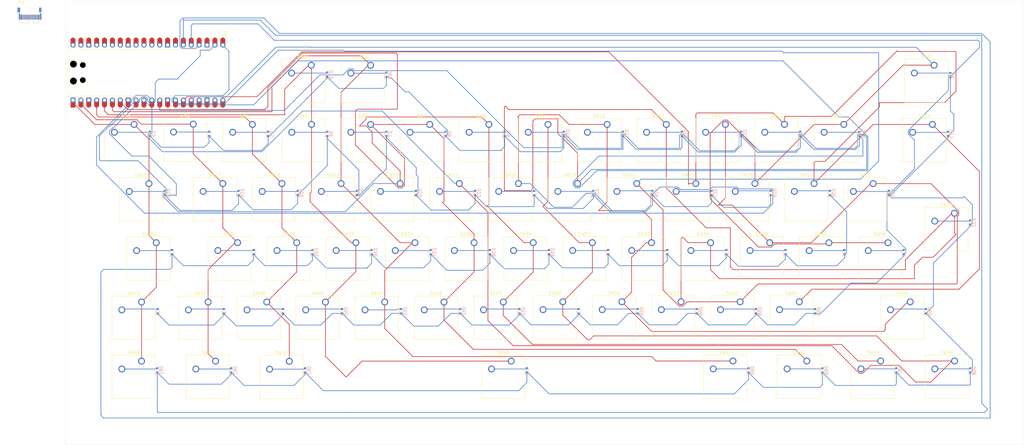
<source format=kicad_pcb>
(kicad_pcb (version 20241229) (generator "pcbnew") (generator_version "9.0")
  (layers (0 "F.Cu" signal) (2 "B.Cu" signal) (13 "F.Paste" user) (15 "B.Paste" user) (5 "F.SilkS" user "F.Silkscreen") (7 "B.SilkS" user "B.Silkscreen") (1 "F.Mask" user) (3 "B.Mask" user) (25 "Edge.Cuts" user))
  (net 0 "")
  (net 1 "columm 11")
  (net 2 "columm 2")
  (net 3 "columm 12")
  (net 5 "columm 3")
  (net 6 "row 5")
  (net 9 "Net-(A1-VSYS)")
  (net 11 "columm 1")
  (net 14 "columm 8")
  (net 17 "columm 10")
  (net 19 "columm 7")
  (net 20 "columm 13")
  (net 21 "columm 4")
  (net 24 "row 3")
  (net 25 "columm 9")
  (net 26 "columm 6")
  (net 28 "columm 5")
  (net 30 "row 4")
  (net 31 "row 2")
  (net 32 "Net-(D2-A)")
  (net 33 "Net-(D3-A)")
  (net 34 "Net-(D4-A)")
  (net 35 "Net-(D5-A)")
  (net 36 "Net-(D6-A)")
  (net 37 "Net-(D7-A)")
  (net 38 "Net-(D8-A)")
  (net 39 "Net-(D9-A)")
  (net 40 "Net-(D10-A)")
  (net 41 "Net-(D11-A)")
  (net 42 "Net-(D12-A)")
  (net 43 "Net-(D13-A)")
  (net 44 "Net-(D14-A)")
  (net 45 "Net-(D16-A)")
  (net 46 "Net-(D17-A)")
  (net 47 "Net-(D18-A)")
  (net 48 "Net-(D19-A)")
  (net 49 "Net-(D20-A)")
  (net 50 "Net-(D21-A)")
  (net 51 "Net-(D22-A)")
  (net 52 "Net-(D23-A)")
  (net 53 "Net-(D24-A)")
  (net 54 "Net-(D25-A)")
  (net 55 "Net-(D26-A)")
  (net 56 "Net-(D27-A)")
  (net 57 "Net-(D28-A)")
  (net 58 "Net-(D30-A)")
  (net 59 "Net-(D31-A)")
  (net 60 "Net-(D32-A)")
  (net 61 "Net-(D34-A)")
  (net 62 "Net-(D35-A)")
  (net 63 "Net-(D36-A)")
  (net 64 "Net-(D37-A)")
  (net 65 "Net-(D38-A)")
  (net 66 "Net-(D39-A)")
  (net 67 "Net-(D40-A)")
  (net 68 "Net-(D41-A)")
  (net 69 "Net-(D42-A)")
  (net 70 "Net-(D44-A)")
  (net 71 "Net-(D45-A)")
  (net 72 "Net-(D46-A)")
  (net 73 "Net-(D47-A)")
  (net 74 "Net-(D52-A)")
  (net 75 "Net-(D53-A)")
  (net 76 "Net-(D54-A)")
  (net 77 "Net-(D55-A)")
  (net 78 "Net-(D56-A)")
  (net 79 "Net-(D58-A)")
  (net 80 "Net-(D59-A)")
  (net 81 "Net-(D60-A)")
  (net 82 "Net-(D61-A)")
  (net 83 "Net-(D62-A)")
  (net 84 "Net-(D63-A)")
  (net 85 "Net-(D64-A)")
  (net 86 "Net-(D65-A)")
  (net 87 "Net-(D66-A)")
  (net 88 "Net-(D67-A)")
  (net 89 "Net-(D68-A)")
  (net 90 "Net-(D69-A)")
  (net 91 "Net-(D70-A)")
  (net 92 "Net-(D51-A)")
  (net 93 "Net-(D48-A)")
  (net 94 "Net-(D49-A)")
  (net 95 "Net-(D50-A)")
  (net 96 "Net-(D33-A)")
  (net 97 "Net-(A1-GPIO16)")
  (net 98 "Net-(A1-GND-Pad13)")
  (footprint "Button_Switch_Keyboard:SW_Cherry_MX_1.00u_PCB" (layer "F.Cu") (at 90.4875 76.2)
    (property "Reference" "SW32")
    (property "Value" "SW_Push_45deg")
  )
  (footprint "Button_Switch_Keyboard:SW_Cherry_MX_1.00u_PCB" (layer "F.Cu") (at 223.8375 76.2)
    (property "Reference" "SW39")
    (property "Value" "SW_Push_45deg")
  )
  (footprint "Button_Switch_Keyboard:SW_Cherry_MX_1.00u_PCB" (layer "F.Cu") (at 157.04 95.3)
    (property "Reference" "SW59")
    (property "Value" "SW_Push_45deg")
  )
  (footprint "Button_Switch_Keyboard:SW_Cherry_MX_1.75u_PCB" (layer "F.Cu") (at 45.24 76.22)
    (property "Reference" "SW29")
    (property "Value" "SW_Push_45deg")
  )
  (footprint "Button_Switch_Keyboard:SW_Cherry_MX_1.50u_PCB" (layer "F.Cu") (at 42.89 57.17)
    (property "Reference" "SW15")
    (property "Value" "SW_Push_45deg")
  )
  (footprint "Module:RaspberryPi_Pico_Common_Unspecified" (layer "F.Cu") (at 42.5375 21.4 90)
    (property "Reference" "A1")
    (property "Value" "RaspberryPi_Pico")
  )
  (footprint "Button_Switch_Keyboard:SW_Cherry_MX_1.00u_PCB" (layer "F.Cu") (at 123.825 57.15)
    (property "Reference" "SW20")
    (property "Value" "SW_Push_45deg")
  )
  (footprint "Button_Switch_Keyboard:SW_Cherry_MX_1.00u_PCB" (layer "F.Cu") (at 57.14 38.02)
    (property "Reference" "SW3")
    (property "Value" "SW_Push_45deg")
  )
  (footprint "Button_Switch_Keyboard:SW_Cherry_MX_1.25u_PCB" (layer "F.Cu") (at 278.64 114.32)
    (property "Reference" "SW49")
    (property "Value" "SW_Push_45deg")
  )
  (footprint "Button_Switch_Keyboard:SW_Cherry_MX_1.25u_PCB" (layer "F.Cu") (at 254.84 114.32)
    (property "Reference" "SW42")
    (property "Value" "SW_Push_45deg")
  )
  (footprint "Button_Switch_Keyboard:SW_Cherry_MX_1.00u_PCB" (layer "F.Cu") (at 228.6 38.1)
    (property "Reference" "SW12")
    (property "Value" "SW_Push_45deg")
  )
  (footprint "Button_Switch_Keyboard:SW_Cherry_MX_1.00u_PCB" (layer "F.Cu") (at 38.1 38.1)
    (property "Reference" "SW1")
    (property "Value" "SW_Push_45deg")
  )
  (footprint "Button_Switch_Keyboard:SW_Cherry_MX_6.25u_PCB" (layer "F.Cu") (at 159.59 114.3625)
    (property "Reference" "SW45")
    (property "Value" "SW_Push_45deg")
  )
  (footprint "Button_Switch_Keyboard:SW_Cherry_MX_1.25u_PCB" (layer "F.Cu") (at 231.04 114.32)
    (property "Reference" "SW57")
    (property "Value" "SW_Push_45deg")
  )
  (footprint "Button_Switch_Keyboard:SW_Cherry_MX_1.00u_PCB" (layer "F.Cu") (at 185.7375 76.2)
    (property "Reference" "SW37")
    (property "Value" "SW_Push_45deg")
  )
  (footprint "Button_Switch_Keyboard:SW_Cherry_MX_1.00u_PCB" (layer "F.Cu") (at 95.25 38.1)
    (property "Reference" "SW5")
    (property "Value" "SW_Push_45deg")
  )
  (footprint "Button_Switch_Keyboard:SW_Cherry_MX_1.00u_PCB" (layer "F.Cu") (at 276.19 57.17)
    (property "Reference" "SW55")
    (property "Value" "SW_Push_45deg")
  )
  (footprint "Button_Switch_Keyboard:SW_Cherry_MX_1.00u_PCB" (layer "F.Cu") (at 114.29 19.06)
    (property "Reference" "SW64")
    (property "Value" "SW_Push_45deg")
  )
  (footprint "Button_Switch_Keyboard:SW_Cherry_MX_1.25u_PCB" (layer "F.Cu") (at 88.09 114.42)
    (property "Reference" "SW44")
    (property "Value" "SW_Push_45deg")
  )
  (footprint "Button_Switch_Keyboard:SW_Cherry_MX_1.00u_PCB" (layer "F.Cu") (at 118.84 95.32)
    (property "Reference" "SW30")
    (property "Value" "SW_Push_45deg")
  )
  (footprint "Button_Switch_Keyboard:SW_Cherry_MX_ISOEnter_PCB" (layer "F.Cu") (at 302.39 66.72)
    (property "Reference" "SW28")
    (property "Value" "SW_Push_45deg")
  )
  (footprint "Button_Switch_Keyboard:SW_Cherry_MX_1.00u_PCB" (layer "F.Cu") (at 214.3125 95.25)
    (property "Reference" "SW52")
    (property "Value" "SW_Push_45deg")
  )
  (footprint "Button_Switch_Keyboard:SW_Cherry_MX_1.00u_PCB" (layer "F.Cu") (at 180.975 57.15)
    (property "Reference" "SW23")
    (property "Value" "SW_Push_45deg")
  )
  (footprint "Button_Switch_Keyboard:SW_Cherry_MX_1.25u_PCB" (layer "F.Cu") (at 40.49 114.37)
    (property "Reference" "SW46")
    (property "Value" "SW_Push_45deg")
  )
  (footprint "Button_Switch_Keyboard:SW_Cherry_MX_2.75u_PCB" (layer "F.Cu") (at 288.14 95.27)
    (property "Reference" "SW41")
    (property "Value" "SW_Push_45deg")
  )
  (footprint "Button_Switch_Keyboard:SW_Cherry_MX_1.00u_PCB" (layer "F.Cu") (at 166.6875 76.2)
    (property "Reference" "SW36")
    (property "Value" "SW_Push_45deg")
  )
  (footprint "Button_Switch_Keyboard:SW_Cherry_MX_1.00u_PCB" (layer "F.Cu") (at 209.55 38.1)
    (property "Reference" "SW11")
    (property "Value" "SW_Push_45deg")
  )
  (footprint "Button_Switch_Keyboard:SW_Cherry_MX_1.00u_PCB" (layer "F.Cu") (at 257.175 57.15)
    (property "Reference" "SW27")
    (property "Value" "SW_Push_45deg")
  )
  (footprint "Button_Switch_Keyboard:SW_Cherry_MX_1.00u_PCB" (layer "F.Cu") (at 137.94 95.32)
    (property "Reference" "SW16")
    (property "Value" "SW_Push_45deg")
  )
  (footprint "Button_Switch_Keyboard:SW_Cherry_MX_1.00u_PCB" (layer "F.Cu") (at 133.35 38.1)
    (property "Reference" "SW7")
    (property "Value" "SW_Push_45deg")
  )
  (footprint "Button_Switch_Keyboard:SW_Cherry_MX_1.00u_PCB" (layer "F.Cu") (at 233.3625 95.25)
    (property "Reference" "SW53")
    (property "Value" "SW_Push_45deg")
  )
  (footprint "Button_Switch_Keyboard:SW_Cherry_MX_1.00u_PCB" (layer "F.Cu") (at 85.725 57.15)
    (property "Reference" "SW18")
    (property "Value" "SW_Push_45deg")
  )
  (footprint "Button_Switch_Keyboard:SW_Cherry_MX_1.00u_PCB" (layer "F.Cu") (at 204.7875 76.2)
    (property "Reference" "SW38")
    (property "Value" "SW_Push_45deg")
  )
  (footprint "Button_Switch_Keyboard:SW_Cherry_MX_1.00u_PCB" (layer "F.Cu") (at 171.45 38.1)
    (property "Reference" "SW9")
    (property "Value" "SW_Push_45deg")
  )
  (footprint "Button_Switch_Keyboard:SW_Cherry_MX_1.00u_PCB" (layer "F.Cu") (at 195.2625 95.25)
    (property "Reference" "SW51")
    (property "Value" "SW_Push_45deg")
  )
  (footprint "Button_Switch_Keyboard:SW_Cherry_MX_1.00u_PCB" (layer "F.Cu") (at 200.025 57.15)
    (property "Reference" "SW24")
    (property "Value" "SW_Push_45deg")
  )
  (footprint "Button_Switch_Keyboard:SW_Cherry_MX_1.00u_PCB" (layer "F.Cu") (at 252.4125 95.25)
    (property "Reference" "SW54")
    (property "Value" "SW_Push_45deg")
  )
  (footprint "Button_Switch_Keyboard:SW_Cherry_MX_1.25u_PCB" (layer "F.Cu") (at 64.34 114.37)
    (property "Reference" "SW47")
    (property "Value" "SW_Push_45deg")
  )
  (footprint "Button_Switch_Keyboard:SW_Cherry_MX_1.00u_PCB" (layer "F.Cu") (at 114.3 38.1)
    (property "Reference" "SW6")
    (property "Value" "SW_Push_45deg")
  )
  (footprint "Button_Switch_Keyboard:SW_Cherry_MX_1.00u_PCB" (layer "F.Cu") (at 261.94 76.22)
    (property "Reference" "SW61")
    (property "Value" "SW_Push_45deg")
  )
  (footprint "Button_Switch_Keyboard:SW_Cherry_MX_1.00u_PCB" (layer "F.Cu") (at 76.2 38.1)
    (property "Reference" "SW4")
    (property "Value" "SW_Push_45deg")
  )
  (footprint "Button_Switch_Keyboard:SW_Cherry_MX_1.00u_PCB" (layer "F.Cu") (at 147.6375 76.2)
    (property "Reference" "SW35")
    (property "Value" "SW_Push_45deg")
  )
  (footprint "Connector_USB:USB_C_Plug_JAE_DX07P024AJ1" (layer "F.Cu") (at 4.5775 2.405)
    (property "Reference" "P1")
    (property "Value" "USB_C_Plug_USB2.0")
    (fp_line (start -4.3 -1.93) (end -4.3 -0.2275) (stroke (width 0.1)) (layer "Edge.Cuts"))
    (fp_line (start -4.3 -0.2275) (end -3.9 -0.2275) (stroke (width 0.1)) (layer "Edge.Cuts"))
    (fp_line (start -3.9 1.9225) (end -3.9 -0.2275) (stroke (width 0.1)) (layer "Edge.Cuts"))
    (fp_line (start -3.53 2.3725) (end -3.9 1.9225) (stroke (width 0.1)) (layer "Edge.Cuts"))
    (fp_line (start -3.125 2.3725) (end -3.53 2.3725) (stroke (width 0.1)) (layer "Edge.Cuts"))
    (fp_line (start -2.925 2.8225) (end -2.925 2.5725) (stroke (width 0.1)) (layer "Edge.Cuts"))
    (fp_line (start -0.5 3.0225) (end -2.725 3.0225) (stroke (width 0.1)) (layer "Edge.Cuts"))
    (fp_line (start -0.3 2.6225) (end -0.3 2.8225) (stroke (width 0.1)) (layer "Edge.Cuts"))
    (fp_line (start -0.1 2.4225) (end 0.9 2.4225) (stroke (width 0.1)) (layer "Edge.Cuts"))
    (fp_line (start 1.1 2.8225) (end 1.1 2.6225) (stroke (width 0.1)) (layer "Edge.Cuts"))
    (fp_line (start 1.3 3.0225) (end 2.725 3.0225) (stroke (width 0.1)) (layer "Edge.Cuts"))
    (fp_line (start 2.925 2.8225) (end 2.925 2.5725) (stroke (width 0.1)) (layer "Edge.Cuts"))
    (fp_line (start 3.125 2.3725) (end 3.575 2.3725) (stroke (width 0.1)) (layer "Edge.Cuts"))
    (fp_line (start 3.575 2.3725) (end 3.9 1.9225) (stroke (width 0.1)) (layer "Edge.Cuts"))
    (fp_line (start 3.9 1.9225) (end 3.9 -1.9175) (stroke (width 0.1)) (layer "Edge.Cuts"))
    (fp_arc (start -3.125 2.3725) (mid -2.983579 2.431079) (end -2.925 2.5725) (stroke (width 0.1)) (layer "Edge.Cuts"))
    (fp_arc (start -2.725 3.0225) (mid -2.866421 2.963921) (end -2.925 2.8225) (stroke (width 0.1)) (layer "Edge.Cuts"))
    (fp_arc (start -0.3 2.6225) (mid -0.241421 2.481079) (end -0.1 2.4225) (stroke (width 0.1)) (layer "Edge.Cuts"))
    (fp_arc (start -0.3 2.8225) (mid -0.358579 2.963921) (end -0.5 3.0225) (stroke (width 0.1)) (layer "Edge.Cuts"))
    (fp_arc (start 0.9 2.4225) (mid 1.041421 2.481079) (end 1.1 2.6225) (stroke (width 0.1)) (layer "Edge.Cuts"))
    (fp_arc (start 1.3 3.0225) (mid 1.158579 2.963921) (end 1.1 2.8225) (stroke (width 0.1)) (layer "Edge.Cuts"))
    (fp_arc (start 2.925 2.5725) (mid 2.983579 2.431079) (end 3.125 2.3725) (stroke (width 0.1)) (layer "Edge.Cuts"))
    (fp_arc (start 2.925 2.8225) (mid 2.866421 2.963921) (end 2.725 3.0225) (stroke (width 0.1)) (layer "Edge.Cuts"))
  )
  (footprint "Button_Switch_Keyboard:SW_Cherry_MX_1.00u_PCB" (layer "F.Cu") (at 61.94 95.32)
    (property "Reference" "SW63")
    (property "Value" "SW_Push_45deg")
  )
  (footprint "Button_Switch_Keyboard:SW_Cherry_MX_1.00u_PCB" (layer "F.Cu") (at 190.5 38.1)
    (property "Reference" "SW10")
    (property "Value" "SW_Push_45deg")
  )
  (footprint "Button_Switch_Keyboard:SW_Cherry_MX_1.00u_PCB" (layer "F.Cu") (at 142.875 57.15)
    (property "Reference" "SW21")
    (property "Value" "SW_Push_45deg")
  )
  (footprint "Button_Switch_Keyboard:SW_Cherry_MX_1.00u_PCB" (layer "F.Cu") (at 99.74 95.32)
    (property "Reference" "SW60")
    (property "Value" "SW_Push_45deg")
  )
  (footprint "Button_Switch_Keyboard:SW_Cherry_MX_1.25u_PCB" (layer "F.Cu") (at 40.49 95.32)
    (property "Reference" "SW43")
    (property "Value" "SW_Push_45deg")
  )
  (footprint "Button_Switch_Keyboard:SW_Cherry_MX_1.00u_PCB" (layer "F.Cu") (at 219.075 57.15)
    (property "Reference" "SW25")
    (property "Value" "SW_Push_45deg")
  )
  (footprint "Button_Switch_Keyboard:SW_Cherry_MX_1.00u_PCB" (layer "F.Cu") (at 128.5875 76.2)
    (property "Reference" "SW34")
    (property "Value" "SW_Push_45deg")
  )
  (footprint "Button_Switch_Keyboard:SW_Cherry_MX_1.00u_PCB" (layer "F.Cu") (at 266.75 38.1)
    (property "Reference" "SW62")
    (property "Value" "SW_Push_45deg")
  )
  (footprint "Button_Switch_Keyboard:SW_Cherry_MX_1.00u_PCB" (layer "F.Cu") (at 95.19 19.02)
    (property "Reference" "SW65")
    (property "Value" "SW_Push_45deg")
  )
  (footprint "Button_Switch_Keyboard:SW_Cherry_MX_1.00u_PCB" (layer "F.Cu") (at 109.5375 76.2)
    (property "Reference" "SW33")
    (property "Value" "SW_Push_45deg")
  )
  (footprint "Button_Switch_Keyboard:SW_Cherry_MX_1.00u_PCB" (layer "F.Cu") (at 238.125 57.15)
    (property "Reference" "SW26")
    (property "Value" "SW_Push_45deg")
  )
  (footprint "Button_Switch_Keyboard:SW_Cherry_MX_1.00u_PCB" (layer "F.Cu") (at 66.675 57.15)
    (property "Reference" "SW17")
    (property "Value" "SW_Push_45deg")
  )
  (footprint "Button_Switch_Keyboard:SW_Cherry_MX_1.00u_PCB" (layer "F.Cu") (at 71.4375 76.2)
    (property "Reference" "SW31")
    (property "Value" "SW_Push_45deg")
  )
  (footprint "Button_Switch_Keyboard:SW_Cherry_MX_2.00u_PCB" (layer "F.Cu") (at 295.29 38.1125)
    (property "Reference" "SW14")
    (property "Value" "SW_Push_45deg")
  )
  (footprint "Button_Switch_Keyboard:SW_Cherry_MX_1.00u_PCB" (layer "F.Cu") (at 295.84 19.02)
    (property "Reference" "SW2")
    (property "Value" "SW_Push_45deg")
  )
  (footprint "Button_Switch_Keyboard:SW_Cherry_MX_1.00u_PCB" (layer "F.Cu") (at 161.925 57.15)
    (property "Reference" "SW22")
    (property "Value" "SW_Push_45deg")
  )
  (footprint "Button_Switch_Keyboard:SW_Cherry_MX_1.00u_PCB" (layer "F.Cu") (at 176.2125 95.25)
    (property "Reference" "SW50")
    (property "Value" "SW_Push_45deg")
  )
  (footprint "Button_Switch_Keyboard:SW_Cherry_MX_1.00u_PCB" (layer "F.Cu") (at 242.8875 76.2)
    (property "Reference" "SW40")
    (property "Value" "SW_Push_45deg")
  )
  (footprint "Button_Switch_Keyboard:SW_Cherry_MX_1.00u_PCB" (layer "F.Cu") (at 104.775 57.15)
    (property "Reference" "SW19")
    (property "Value" "SW_Push_45deg")
  )
  (footprint "Button_Switch_Keyboard:SW_Cherry_MX_1.00u_PCB" (layer "F.Cu") (at 280.99 76.22)
    (property "Reference" "SW56")
    (property "Value" "SW_Push_45deg")
  )
  (footprint "Button_Switch_Keyboard:SW_Cherry_MX_1.00u_PCB" (layer "F.Cu") (at 152.4 38.1)
    (property "Reference" "SW8")
    (property "Value" "SW_Push_45deg")
  )
  (footprint "Button_Switch_Keyboard:SW_Cherry_MX_1.00u_PCB" (layer "F.Cu") (at 80.84 95.32)
    (property "Reference" "SW58")
    (property "Value" "SW_Push_45deg")
  )
  (footprint "Button_Switch_Keyboard:SW_Cherry_MX_1.00u_PCB" (layer "F.Cu") (at 247.65 38.1)
    (property "Reference" "SW13")
    (property "Value" "SW_Push_45deg")
  )
  (footprint "Button_Switch_Keyboard:SW_Cherry_MX_1.25u_PCB" (layer "F.Cu") (at 302.44 114.32)
    (property "Reference" "SW48")
    (property "Value" "SW_Push_45deg")
  )
  (footprint "Diode_SMD:D_SOD-523" (layer "B.Cu") (at 205.105 60.18 90)
    (property "Reference" "D26")
    (property "Value" "1N4148WT")
  )
  (footprint "Diode_SMD:D_SOD-523" (layer "B.Cu") (at 71.755 60.18 90)
    (property "Reference" "D19")
    (property "Value" "1N4148WT")
  )
  (footprint "Diode_SMD:D_SOD-523" (layer "B.Cu") (at 209.8675 79.23 90)
    (property "Reference" "D41" (hide yes))
    (property "Value" "1N4148WT")
  )
  (footprint "Diode_SMD:D_SOD-523" (layer "B.Cu") (at 119.38 41.13 90)
    (property "Reference" "D7")
    (property "Value" "1N4148WT")
  )
  (footprint "Diode_SMD:D_SOD-523" (layer "B.Cu") (at 66.9925 98.28 90)
    (property "Reference" "D48" (hide yes))
    (property "Value" "1N4148WT")
  )
  (footprint "Diode_SMD:D_SOD-523" (layer "B.Cu") (at 86.0425 98.28 90)
    (property "Reference" "D49" (hide yes))
    (property "Value" "1N4148WT")
  )
  (footprint "Diode_SMD:D_SOD-523" (layer "B.Cu") (at 233.68 41.13 90)
    (property "Reference" "D13")
    (property "Value" "1N4148WT")
  )
  (footprint "Diode_SMD:D_SOD-523" (layer "B.Cu") (at 252.73 41.13 90)
    (property "Reference" "D14" (hide yes))
    (property "Value" "1N4148WT")
  )
  (footprint "Diode_SMD:D_SOD-523" (layer "B.Cu") (at 243.205 60.18 90)
    (property "Reference" "D28")
    (property "Value" "1N4148WT")
  )
  (footprint "Diode_SMD:D_SOD-523" (layer "B.Cu") (at 45.56125 117.33 90)
    (property "Reference" "D61")
    (property "Value" "1N4148WT")
  )
  (footprint "Diode_SMD:D_SOD-523" (layer "B.Cu") (at 105.0925 98.28 90)
    (property "Reference" "D50")
    (property "Value" "1N4148WT")
  )
  (footprint "Diode_SMD:D_SOD-523" (layer "B.Cu") (at 190.8175 79.23 90)
    (property "Reference" "D40" (hide yes))
    (property "Value" "1N4148WT")
  )
  (footprint "Diode_SMD:D_SOD-523" (layer "B.Cu") (at 109.855 60.18 90)
    (property "Reference" "D21")
    (property "Value" "1N4148WT")
  )
  (footprint "Diode_SMD:D_SOD-523" (layer "B.Cu") (at 171.7675 79.23 90)
    (property "Reference" "D39")
    (property "Value" "1N4148WT")
  )
  (footprint "Diode_SMD:D_SOD-523" (layer "B.Cu") (at 100.27 22.05 90)
    (property "Reference" "D70")
    (property "Value" "1N4148WT")
  )
  (footprint "Diode_SMD:D_SOD-523" (layer "B.Cu") (at 133.6675 79.23 90)
    (property "Reference" "D37")
    (property "Value" "1N4148WT")
  )
  (footprint "Diode_SMD:D_SOD-523" (layer "B.Cu") (at 307.49875 69.705 90)
    (property "Reference" "D32")
    (property "Value" "1N4148WT")
  )
  (footprint "Diode_SMD:D_SOD-523" (layer "B.Cu") (at 262.255 60.18 90)
    (property "Reference" "D30")
    (property "Value" "1N4148WT")
  )
  (footprint "Diode_SMD:D_SOD-523" (layer "B.Cu") (at 200.3425 98.28 90)
    (property "Reference" "D55")
    (property "Value" "1N4148WT")
  )
  (footprint "Diode_SMD:D_SOD-523" (layer "B.Cu") (at 95.5675 79.23 90)
    (property "Reference" "D35")
    (property "Value" "1N4148WT")
  )
  (footprint "Diode_SMD:D_SOD-523" (layer "B.Cu") (at 45.7 98.28 90)
    (property "Reference" "D47" (hide yes))
    (property "Value" "1N4148WT")
  )
  (footprint "Diode_SMD:D_SOD-523" (layer "B.Cu") (at 257.4925 98.28 90)
    (property "Reference" "D59")
    (property "Value" "1N4148WT")
  )
  (footprint "Diode_SMD:D_SOD-523" (layer "B.Cu") (at 62.3 41.13 90)
    (property "Reference" "D4" (hide yes))
    (property "Value" "1N4148WT")
  )
  (footprint "Diode_SMD:D_SOD-523" (layer "B.Cu") (at 236.06125 117.33 90)
    (property "Reference" "D65")
    (property "Value" "1N4148WT")
  )
  (footprint "Diode_SMD:D_SOD-523" (layer "B.Cu") (at 100.33 41.13 90)
    (property "Reference" "D6")
    (property "Value" "1N4148WT")
  )
  (footprint "Diode_SMD:D_SOD-523" (layer "B.Cu") (at 300.355 41.13 90)
    (property "Reference" "D17")
    (property "Value" "1N4148WT")
  )
  (footprint "Diode_SMD:D_SOD-523" (layer "B.Cu") (at 293.21125 98.28 90)
    (property "Reference" "D60")
    (property "Value" "1N4148WT")
  )
  (footprint "Diode_SMD:D_SOD-523" (layer "B.Cu") (at 114.6175 79.23 90)
    (property "Reference" "D36")
    (property "Value" "1N4148WT")
  )
  (footprint "Diode_SMD:D_SOD-523" (layer "B.Cu") (at 238.4425 98.28 90)
    (property "Reference" "D58")
    (property "Value" "1N4148WT")
  )
  (footprint "Diode_SMD:D_SOD-523" (layer "B.Cu") (at 147.955 60.18 90)
    (property "Reference" "D23")
    (property "Value" "1N4148WT")
  )
  (footprint "Diode_SMD:D_SOD-523" (layer "B.Cu") (at 76.7 79.23 90)
    (property "Reference" "D34" (hide yes))
    (property "Value" "1N4148WT")
  )
  (footprint "Diode_SMD:D_SOD-523" (layer "B.Cu") (at 228.9175 79.23 90)
    (property "Reference" "D42" (hide yes))
    (property "Value" "1N4148WT")
  )
  (footprint "Diode_SMD:D_SOD-523" (layer "B.Cu") (at 81.28 41.13 90)
    (property "Reference" "D5")
    (property "Value" "1N4148WT")
  )
  (footprint "Diode_SMD:D_SOD-523" (layer "B.Cu") (at 164.62375 117.33 90)
    (property "Reference" "D64" (hide yes))
    (property "Value" "1N4148WT")
  )
  (footprint "Diode_SMD:D_SOD-523" (layer "B.Cu") (at 181.2925 98.28 90)
    (property "Reference" "D54" (hide yes))
    (property "Value" "1N4148WT")
  )
  (footprint "Diode_SMD:D_SOD-523" (layer "B.Cu") (at 224.155 60.18 90)
    (property "Reference" "D27")
    (property "Value" "1N4148WT")
  )
  (footprint "Diode_SMD:D_SOD-523" (layer "B.Cu") (at 124.1425 98.28 90)
    (property "Reference" "D51")
    (property "Value" "1N4148WT")
  )
  (footprint "Diode_SMD:D_SOD-523" (layer "B.Cu") (at 47.9425 60.18 90)
    (property "Reference" "D18")
    (property "Value" "1N4148WT")
  )
  (footprint "Diode_SMD:D_SOD-523" (layer "B.Cu") (at 176.53 41.13 90)
    (property "Reference" "D10")
    (property "Value" "1N4148WT")
  )
  (footprint "Diode_SMD:D_SOD-523" (layer "B.Cu") (at 90.805 60.18 90)
    (property "Reference" "D20")
    (property "Value" "1N4148WT")
  )
  (footprint "Diode_SMD:D_SOD-523" (layer "B.Cu") (at 267.0175 79.23 90)
    (property "Reference" "D45" (hide yes))
    (property "Value" "1N4148WT")
  )
  (footprint "Diode_SMD:D_SOD-523" (layer "B.Cu") (at 301.1 22.2 90)
    (property "Reference" "D3")
    (property "Value" "1N4148WT")
  )
  (footprint "Diode_SMD:D_SOD-523" (layer "B.Cu") (at 157.48 41.13 90)
    (property "Reference" "D9")
    (property "Value" "1N4148WT")
  )
  (footprint "Diode_SMD:D_SOD-523" (layer "B.Cu") (at 69.37375 117.33 90)
    (property "Reference" "D62")
    (property "Value" "1N4148WT")
  )
  (footprint "Diode_SMD:D_SOD-523" (layer "B.Cu") (at 119.37 22.09 90)
    (property "Reference" "D69")
    (property "Value" "1N4148WT")
  )
  (footprint "Diode_SMD:D_SOD-523" (layer "B.Cu") (at 128.905 60.18 90)
    (property "Reference" "D22")
    (property "Value" "1N4148WT")
  )
  (footprint "Diode_SMD:D_SOD-523" (layer "B.Cu") (at 281.305 60.18 90)
    (property "Reference" "D31")
    (property "Value" "1N4148WT")
  )
  (footprint "Diode_SMD:D_SOD-523" (layer "B.Cu") (at 167.005 60.18 90)
    (property "Reference" "D24" (hide yes))
    (property "Value" "1N4148WT")
  )
  (footprint "Diode_SMD:D_SOD-523" (layer "B.Cu") (at 93.18625 117.33 90)
    (property "Reference" "D63")
    (property "Value" "1N4148WT")
  )
  (footprint "Diode_SMD:D_SOD-523" (layer "B.Cu") (at 286.0675 79.23 90)
    (property "Reference" "D46" (hide yes))
    (property "Value" "1N4148WT")
  )
  (footprint "Diode_SMD:D_SOD-523" (layer "B.Cu") (at 271.78 41.13 90)
    (property "Reference" "D16")
    (property "Value" "1N4148WT")
  )
  (footprint "Diode_SMD:D_SOD-523" (layer "B.Cu") (at 43.18 41.13 90)
    (property "Reference" "D2")
    (property "Value" "1N4148WT")
  )
  (footprint "Diode_SMD:D_SOD-523" (layer "B.Cu") (at 283.68625 117.33 90)
    (property "Reference" "D67")
    (property "Value" "1N4148WT")
  )
  (footprint "Diode_SMD:D_SOD-523" (layer "B.Cu") (at 143.1925 98.28 90)
    (property "Reference" "D52")
    (property "Value" "1N4148WT")
  )
  (footprint "Diode_SMD:D_SOD-523" (layer "B.Cu") (at 162.2425 98.28 90)
    (property "Reference" "D53")
    (property "Value" "1N4148WT")
  )
  (footprint "Diode_SMD:D_SOD-523" (layer "B.Cu") (at 195.58 41.13 90)
    (property "Reference" "D11")
    (property "Value" "1N4148WT")
  )
  (footprint "Diode_SMD:D_SOD-523" (layer "B.Cu") (at 152.7175 79.23 90)
    (property "Reference" "D38")
    (property "Value" "1N4148WT")
  )
  (footprint "Diode_SMD:D_SOD-523" (layer "B.Cu") (at 138.43 41.13 90)
    (property "Reference" "D8")
    (property "Value" "1N4148WT")
  )
  (footprint "Diode_SMD:D_SOD-523" (layer "B.Cu") (at 50.32375 79.23 90)
    (property "Reference" "D33" (hide yes))
    (property "Value" "1N4148WT")
  )
  (footprint "Diode_SMD:D_SOD-523" (layer "B.Cu") (at 259.87375 117.33 90)
    (property "Reference" "D66")
    (property "Value" "1N4148WT")
  )
  (footprint "Diode_SMD:D_SOD-523" (layer "B.Cu") (at 307.49875 117.33 90)
    (property "Reference" "D68")
    (property "Value" "1N4148WT")
  )
  (footprint "Diode_SMD:D_SOD-523" (layer "B.Cu") (at 186.055 60.18 90)
    (property "Reference" "D25")
    (property "Value" "1N4148WT")
  )
  (footprint "Diode_SMD:D_SOD-523" (layer "B.Cu") (at 247.9675 79.23 90)
    (property "Reference" "D44" (hide yes))
    (property "Value" "1N4148WT")
  )
  (footprint "Diode_SMD:D_SOD-523" (layer "B.Cu") (at 214.63 41.13 90)
    (property "Reference" "D12")
    (property "Value" "1N4148WT")
  )
  (footprint "Diode_SMD:D_SOD-523" (layer "B.Cu") (at 219.3925 98.28 90)
    (property "Reference" "D56")
    (property "Value" "1N4148WT")
  )
  (gr_rect (start 16 -1.5) (end 324.8 141.3) (stroke (width 0.05)) (fill no) (layer "Edge.Cuts"))
  (segment (start 233.3625 95.25) (end 216.293814 95.25) (width 0.2) (layer "F.Cu") (net 1))
  (segment (start 256.31847 76.2) (end 242.8875 76.2) (width 0.2) (layer "F.Cu") (net 1))
  (segment (start 303.791 66.139686) (end 294.821314 57.17) (width 0.2) (layer "F.Cu") (net 1))
  (segment (start 303.301 67.790314) (end 303.791 67.300314) (width 0.2) (layer "F.Cu") (net 1))
  (segment (start 239.1115 89.501) (end 303.0661 89.501) (width 0.2) (layer "F.Cu") (net 1))
  (segment (start 303.0661 89.501) (end 303.301 89.2661) (width 0.2) (layer "F.Cu") (net 1))
  (segment (start 303.301 89.2661) (end 303.301 67.790314) (width 0.2) (layer "F.Cu") (net 1))
  (segment (start 303.791 67.300314) (end 303.791 66.139686) (width 0.2) (layer "F.Cu") (net 1))
  (segment (start 216.293814 95.25) (end 214.892814 96.651) (width 0.2) (layer "F.Cu") (net 1))
  (segment (start 228.6 61.8) (end 228.6 38.1) (width 0.2) (layer "F.Cu") (net 1))
  (segment (start 294.821314 57.17) (end 276.19 57.17) (width 0.2) (layer "F.Cu") (net 1))
  (segment (start 214.892814 96.651) (end 213.732186 96.651) (width 0.2) (layer "F.Cu") (net 1))
  (segment (start 213.732186 96.651) (end 208.5285 91.447314) (width 0.2) (layer "F.Cu") (net 1))
  (segment (start 208.5285 91.447314) (end 208.5285 65.6535) (width 0.2) (layer "F.Cu") (net 1))
  (segment (start 242.8875 76.2) (end 230.7875 64.1) (width 0.2) (layer "F.Cu") (net 1))
  (segment (start 233.3625 95.25) (end 239.1115 89.501) (width 0.2) (layer "F.Cu") (net 1))
  (segment (start 226.3 64.1) (end 228.6 61.8) (width 0.2) (layer "F.Cu") (net 1))
  (segment (start 275.34847 57.17) (end 256.31847 76.2) (width 0.2) (layer "F.Cu") (net 1))
  (segment (start 276.19 57.17) (end 275.34847 57.17) (width 0.2) (layer "F.Cu") (net 1))
  (segment (start 208.5285 65.6535) (end 200.025 57.15) (width 0.2) (layer "F.Cu") (net 1))
  (segment (start 230.7875 64.1) (end 226.3 64.1) (width 0.2) (layer "F.Cu") (net 1))
  (segment (start 84.5 14.2) (end 67.304 31.396) (width 0.2) (layer "B.Cu") (net 1))
  (segment (start 52.5285 31.391) (end 51.4275 30.29) (width 0.2) (layer "B.Cu") (net 1))
  (segment (start 54.42855 31.396) (end 54.42355 31.391) (width 0.2) (layer "B.Cu") (net 1))
  (segment (start 278 49.9) (end 278 15) (width 0.2) (layer "B.Cu") (net 1))
  (segment (start 106 14.5) (end 106 14.628032) (width 0.2) (layer "B.Cu") (net 1))
  (segment (start 200.025 57.15) (end 201.426 55.749) (width 0.2) (layer "B.Cu") (net 1))
  (segment (start 54.42355 31.391) (end 52.5285 31.391) (width 0.2) (layer "B.Cu") (net 1))
  (segment (start 67.304 31.396) (end 54.42855 31.396) (width 0.2) (layer "B.Cu") (net 1))
  (segment (start 246.841968 14.5) (end 106 14.5) (width 0.2) (layer "B.Cu") (net 1))
  (segment (start 278 15) (end 247.341968 15) (width 0.2) (layer "B.Cu") (net 1))
  (segment (start 272.151 55.749) (end 278 49.9) (width 0.2) (layer "B.Cu") (net 1))
  (segment (start 247.341968 15) (end 246.841968 14.5) (width 0.2) (layer "B.Cu") (net 1))
  (segment (start 201.426 55.749) (end 272.151 55.749) (width 0.2) (layer "B.Cu") (net 1))
  (segment (start 105.571968 14.2) (end 84.5 14.2) (width 0.2) (layer "B.Cu") (net 1))
  (segment (start 106 14.628032) (end 105.571968 14.2) (width 0.2) (layer "B.Cu") (net 1))
  (segment (start 66.675 57.15) (end 57.14 47.615) (width 0.2) (layer "F.Cu") (net 2))
  (segment (start 64.34 114.37) (end 61.94 111.97) (width 0.2) (layer "F.Cu") (net 2))
  (segment (start 61.94 95.32) (end 61.94 84.912684) (width 0.2) (layer "F.Cu") (net 2))
  (segment (start 39 36.6) (end 26 36.6) (width 0.2) (layer "F.Cu") (net 2))
  (segment (start 20.9475 31.5475) (end 20.9475 30.29) (width 0.2) (layer "F.Cu") (net 2))
  (segment (start 57.14 38.02) (end 40.42 38.02) (width 0.2) (layer "F.Cu") (net 2))
  (segment (start 61.94 84.912684) (end 70.652684 76.2) (width 0.2) (layer "F.Cu") (net 2))
  (segment (start 61.94 111.97) (end 61.94 95.32) (width 0.2) (layer "F.Cu") (net 2))
  (segment (start 70.652684 76.2) (end 71.4375 76.2) (width 0.2) (layer "F.Cu") (net 2))
  (segment (start 26 36.6) (end 20.9475 31.5475) (width 0.2) (layer "F.Cu") (net 2))
  (segment (start 66.675 71.4375) (end 66.675 57.15) (width 0.2) (layer "F.Cu") (net 2))
  (segment (start 71.4375 76.2) (end 66.675 71.4375) (width 0.2) (layer "F.Cu") (net 2))
  (segment (start 57.14 47.615) (end 57.14 38.02) (width 0.2) (layer "F.Cu") (net 2))
  (segment (start 40.42 38.02) (end 39 36.6) (width 0.2) (layer "F.Cu") (net 2))
  (segment (start 247.65 38.1) (end 243.95 34.4) (width 0.2) (layer "F.Cu") (net 3))
  (segment (start 257.175 50.425) (end 257.6 50) (width 0.2) (layer "F.Cu") (net 3))
  (segment (start 310.441 84.673816) (end 310.441 53.2635) (width 0.2) (layer "F.Cu") (net 3))
  (segment (start 262.8 35.5) (end 248.1 35.5) (width 0.2) (layer "F.Cu") (net 3))
  (segment (start 219.075 34.825) (end 219.075 57.15) (width 0.2) (layer "F.Cu") (net 3))
  (segment (start 257.6 50) (end 260.714816 50) (width 0.2) (layer "F.Cu") (net 3))
  (segment (start 248.1 35.5) (end 248 35.4) (width 0.2) (layer "F.Cu") (net 3))
  (segment (start 278.2 32.514816) (end 278.2 31.1) (width 0.2) (layer "F.Cu") (net 3))
  (segment (start 53.9675 30.29) (end 55.0735 29.184) (width 0.2) (layer "F.Cu") (net 3))
  (segment (start 278.2 31.1) (end 299.2 31.1) (width 0.2) (layer "F.Cu") (net 3))
  (segment (start 190.999 14.699) (end 216.7 40.4) (width 0.2) (layer "F.Cu") (net 3))
  (segment (start 216.7 57.3) (end 216.9 57.3) (width 0.2) (layer "F.Cu") (net 3))
  (segment (start 257.175 57.15) (end 257.175 50.425) (width 0.2) (layer "F.Cu") (net 3))
  (segment (start 219.5 34.4) (end 219.075 34.825) (width 0.2) (layer "F.Cu") (net 3))
  (segment (start 248 35.4) (end 247.65 35.75) (width 0.2) (layer "F.Cu") (net 3))
  (segment (start 284.1 14.6) (end 283.9 14.4) (width 0.2) (layer "F.Cu") (net 3))
  (segment (start 302.9 27.4) (end 302.9 14.8) (width 0.2) (layer "F.Cu") (net 3))
  (segment (start 216.7 40.4) (end 216.7 57.3) (width 0.2) (layer "F.Cu") (net 3))
  (segment (start 295.29 38.1125) (end 276.2125 38.1125) (width 0.2) (layer "F.Cu") (net 3))
  (segment (start 302.9 14.8) (end 302.7 14.6) (width 0.2) (layer "F.Cu") (net 3))
  (segment (start 283.9 14.4) (end 262.8 35.5) (width 0.2) (layer "F.Cu") (net 3))
  (segment (start 243.95 34.4) (end 219.5 34.4) (width 0.2) (layer "F.Cu") (net 3))
  (segment (start 55.0735 29.184) (end 77.6489 29.184) (width 0.2) (layer "F.Cu") (net 3))
  (segment (start 216.9 57.3) (end 217.05 57.15) (width 0.2) (layer "F.Cu") (net 3))
  (segment (start 303.914816 91.2) (end 310.441 84.673816) (width 0.2) (layer "F.Cu") (net 3))
  (segment (start 260.714816 50) (end 278.2 32.514816) (width 0.2) (layer "F.Cu") (net 3))
  (segment (start 276.2125 38.1125) (end 257.175 57.15) (width 0.2) (layer "F.Cu") (net 3))
  (segment (start 217.05 57.15) (end 219.075 57.15) (width 0.2) (layer "F.Cu") (net 3))
  (segment (start 247.65 35.75) (end 247.65 38.1) (width 0.2) (layer "F.Cu") (net 3))
  (segment (start 252.4125 95.25) (end 256.4625 91.2) (width 0.2) (layer "F.Cu") (net 3))
  (segment (start 256.4625 91.2) (end 303.914816 91.2) (width 0.2) (layer "F.Cu") (net 3))
  (segment (start 299.2 31.1) (end 302.9 27.4) (width 0.2) (layer "F.Cu") (net 3))
  (segment (start 92.1339 14.699) (end 190.999 14.699) (width 0.2) (layer "F.Cu") (net 3))
  (segment (start 302.7 14.6) (end 284.1 14.6) (width 0.2) (layer "F.Cu") (net 3))
  (segment (start 77.6489 29.184) (end 92.1339 14.699) (width 0.2) (layer "F.Cu") (net 3))
  (segment (start 310.441 53.2635) (end 295.29 38.1125) (width 0.2) (layer "F.Cu") (net 3))
  (segment (start 88.09 102.57) (end 88.09 114.42) (width 0.2) (layer "F.Cu") (net 5))
  (segment (start 73.8 35.7) (end 26.7 35.7) (width 0.2) (layer "F.Cu") (net 5))
  (segment (start 85.725 71.4375) (end 90.4875 76.2) (width 0.2) (layer "F.Cu") (net 5))
  (segment (start 90.4875 85.6725) (end 80.84 95.32) (width 0.2) (layer "F.Cu") (net 5))
  (segment (start 26.7 35.7) (end 26.0275 35.0275) (width 0.2) (layer "F.Cu") (net 5))
  (segment (start 76.2 38.1) (end 73.8 35.7) (width 0.2) (layer "F.Cu") (net 5))
  (segment (start 76.2 47.625) (end 85.725 57.15) (width 0.2) (layer "F.Cu") (net 5))
  (segment (start 85.725 57.15) (end 85.725 71.4375) (width 0.2) (layer "F.Cu") (net 5))
  (segment (start 76.2 38.1) (end 76.2 47.625) (width 0.2) (layer "F.Cu") (net 5))
  (segment (start 26.0275 35.0275) (end 26.0275 30.29) (width 0.2) (layer "F.Cu") (net 5))
  (segment (start 80.84 95.32) (end 88.09 102.57) (width 0.2) (layer "F.Cu") (net 5))
  (segment (start 90.4875 76.2) (end 90.4875 85.6725) (width 0.2) (layer "F.Cu") (net 5))
  (segment (start 295.624 82.80447) (end 307.49875 70.92972) (width 0.2) (layer "B.Cu") (net 6))
  (segment (start 259.87375 118.03) (end 264.04375 122.2) (width 0.2) (layer "B.Cu") (net 6))
  (segment (start 164.62375 121.27625) (end 164.62375 118.03) (width 0.2) (layer "B.Cu") (net 6))
  (segment (start 162 123.9) (end 164.62375 121.27625) (width 0.2) (layer "B.Cu") (net 6))
  (segment (start 300.355 41.83) (end 302.2 39.985) (width 0.2) (layer "B.Cu") (net 6))
  (segment (start 89.62847 122.2) (end 93.18625 118.64222) (width 0.2) (layer "B.Cu") (net 6))
  (segment (start 307.49875 70.405) (end 308.14975 69.754) (width 0.2) (layer "B.Cu") (net 6))
  (segment (start 171.8 124.9) (end 231.5 124.9) (width 0.2) (layer "B.Cu") (net 6))
  (segment (start 53.9675 4.2325) (end 53.9675 12.51) (width 0.2) (layer "B.Cu") (net 6))
  (segment (start 236.06125 118.03) (end 240.83125 122.8) (width 0.2) (layer "B.Cu") (net 6))
  (segment (start 295.624 96.56725) (end 295.624 82.80447) (width 0.2) (layer "B.Cu") (net 6))
  (segment (start 49.33225 121.801) (end 66.22747 121.801) (width 0.2) (layer "B.Cu") (net 6))
  (segment (start 293.21125 98.98) (end 295.624 96.56725) (width 0.2) (layer "B.Cu") (net 6))
  (segment (start 300.355 42.36597) (end 300.355 41.83) (width 0.2) (layer "B.Cu") (net 6))
  (segment (start 54.3 4.5) (end 54 4.2) (width 0.2) (layer "B.Cu") (net 6))
  (segment (start 305.024 61.776) (end 282.201 61.776) (width 0.2) (layer "B.Cu") (net 6))
  (segment (start 283.2 122.2) (end 283.68625 121.71375) (width 0.2) (layer "B.Cu") (net 6))
  (segment (start 93.18625 118.64222) (end 93.18625 118.03) (width 0.2) (layer "B.Cu") (net 6))
  (segment (start 305.5 61.3) (end 305.024 61.776) (width 0.2) (layer "B.Cu") (net 6))
  (segment (start 45.56125 118.03) (end 49.33225 121.801) (width 0.2) (layer "B.Cu") (net 6))
  (segment (start 45.56125 118.03) (end 45.56125 130.76125) (width 0.2) (layer "B.Cu") (net 6))
  (segment (start 283.68625 121.71375) (end 283.68625 118.03) (width 0.2) (layer "B.Cu") (net 6))
  (segment (start 93.18625 118.03) (end 99.05625 123.9) (width 0.2) (layer "B.Cu") (net 6))
  (segment (start 164.93 118.03) (end 171.8 124.9) (width 0.2) (layer "B.Cu") (net 6))
  (segment (start 259.87375 121.92625) (end 259.87375 118.03) (width 0.2) (layer "B.Cu") (net 6))
  (segment (start 308.14975 117.379) (end 308.14975 113.9185) (width 0.2) (layer "B.Cu") (net 6))
  (segment (start 313.1 129.9) (end 311.2 128) (width 0.2) (layer "B.Cu") (net 6))
  (segment (start 307.49875 122.00125) (end 307.49875 118.03) (width 0.2) (layer "B.Cu") (net 6))
  (segment (start 308.14975 63.94975) (end 305.5 61.3) (width 0.2) (layer "B.Cu") (net 6))
  (segment (start 66.22747 121.801) (end 69.37375 118.65472) (width 0.2) (layer "B.Cu") (net 6))
  (segment (start 307.49875 70.92972) (end 307.49875 70.405) (width 0.2) (layer "B.Cu") (net 6))
  (segment (start 311.2 9.4) (end 83.7 9.4) (width 0.2) (layer "B.Cu") (net 6))
  (segment (start 54 4.2) (end 53.9675 4.2325) (width 0.2) (layer "B.Cu") (net 6))
  (segment (start 73.54375 122.2) (end 89.62847 122.2) (width 0.2) (layer "B.Cu") (net 6))
  (segment (start 164.62375 118.03) (end 164.93 118.03) (width 0.2) (layer "B.Cu") (net 6))
  (segment (start 307.49875 118.03) (end 308.14975 117.379) (width 0.2) (layer "B.Cu") (net 6))
  (segment (start 282.201 61.776) (end 281.305 60.88) (width 0.2) (layer "B.Cu") (net 6))
  (segment (start 307.4 122.1) (end 307.49875 122.00125) (width 0.2) (layer "B.Cu") (net 6))
  (segment (start 83.7 9.4) (end 78.8 4.5) (width 0.2) (layer "B.Cu") (net 6))
  (segment (start 283.68625 118.03) (end 287.75625 122.1) (width 0.2) (layer "B.Cu") (net 6))
  (segment (start 302.2 34.9) (end 301.1 33.8) (width 0.2) (layer "B.Cu") (net 6))
  (segment (start 287.75625 122.1) (end 307.4 122.1) (width 0.2) (layer "B.Cu") (net 6))
  (segment (start 281.84097 60.88) (end 300.355 42.36597) (width 0.2) (layer "B.Cu") (net 6))
  (segment (start 311.2 128) (end 311.2 9.4) (width 0.2) (layer "B.Cu") (net 6))
  (segment (start 259.2 122.8) (end 259.2 122.6) (width 0.2) (layer "B.Cu") (net 6))
  (segment (start 99.05625 123.9) (end 162 123.9) (width 0.2) (layer "B.Cu") (net 6))
  (segment (start 264.04375 122.2) (end 283.2 122.2) (width 0.2) (layer "B.Cu") (net 6))
  (segment (start 312.1 130.9) (end 313.1 129.9) (width 0.2) (layer "B.Cu") (net 6))
  (segment (start 78.8 4.5) (end 54.3 4.5) (width 0.2) (layer "B.Cu") (net 6))
  (segment (start 69.37375 118.65472) (end 69.37375 118.03) (width 0.2) (layer "B.Cu") (net 6))
  (segment (start 240.83125 122.8) (end 259.2 122.8) (width 0.2) (layer "B.Cu") (net 6))
  (segment (start 259.2 122.6) (end 259.87375 121.92625) (width 0.2) (layer "B.Cu") (net 6))
  (segment (start 236.06125 120.33875) (end 236.06125 118.03) (width 0.2) (layer "B.Cu") (net 6))
  (segment (start 308.14975 69.754) (end 308.14975 63.94975) (width 0.2) (layer "B.Cu") (net 6))
  (segment (start 45.7 130.9) (end 312.1 130.9) (width 0.2) (layer "B.Cu") (net 6))
  (segment (start 301.1 33.8) (end 301.1 22.9) (width 0.2) (layer "B.Cu") (net 6))
  (segment (start 281.305 60.88) (end 281.84097 60.88) (width 0.2) (layer "B.Cu") (net 6))
  (segment (start 302.2 39.985) (end 302.2 34.9) (width 0.2) (layer "B.Cu") (net 6))
  (segment (start 69.37375 118.03) (end 73.54375 122.2) (width 0.2) (layer "B.Cu") (net 6))
  (segment (start 45.56125 130.76125) (end 45.7 130.9) (width 0.2) (layer "B.Cu") (net 6))
  (segment (start 231.5 124.9) (end 236.06125 120.33875) (width 0.2) (layer "B.Cu") (net 6))
  (segment (start 308.14975 113.9185) (end 293.21125 98.98) (width 0.2) (layer "B.Cu") (net 6))
  (segment (start 45.24 90.57) (end 45.24 76.22) (width 0.2) (layer "F.Cu") (net 11))
  (segment (start 40.49 114.37) (end 40.49 95.32) (width 0.2) (layer "F.Cu") (net 11))
  (segment (start 42.89 42.89) (end 38.1 38.1) (width 0.2) (layer "F.Cu") (net 11))
  (segment (start 45.24 76.22) (end 42.89 73.87) (width 0.2) (layer "F.Cu") (net 11))
  (segment (start 25.4175 38.1) (end 18.4075 31.09) (width 0.2) (layer "F.Cu") (net 11))
  (segment (start 42.89 73.87) (end 42.89 57.17) (width 0.2) (layer "F.Cu") (net 11))
  (segment (start 18.4075 31.09) (end 18.4075 30.29) (width 0.2) (layer "F.Cu") (net 11))
  (segment (start 42.89 57.17) (end 42.89 42.89) (width 0.2) (layer "F.Cu") (net 11))
  (segment (start 38.1 38.1) (end 25.4175 38.1) (width 0.2) (layer "F.Cu") (net 11))
  (segment (start 40.49 95.32) (end 45.24 90.57) (width 0.2) (layer "F.Cu") (net 11))
  (segment (start 275.410314 115.721) (end 272.870314 118.261) (width 0.2) (layer "F.Cu") (net 14))
  (segment (start 160.196184 109.401) (end 152.091 101.295816) (width 0.2) (layer "F.Cu") (net 14))
  (segment (start 176.2125 99.5125) (end 184.2 107.5) (width 0.2) (layer "F.Cu") (net 14))
  (segment (start 185.7375 76.2) (end 181.5 76.2) (width 0.2) (layer "F.Cu") (net 14))
  (segment (start 181.5 76.2) (end 169.8 64.5) (width 0.2) (layer "F.Cu") (net 14))
  (segment (start 285.42 114.32) (end 302.44 114.32) (width 0.2) (layer "F.Cu") (net 14))
  (segment (start 171.45 62.85) (end 171.45 38.1) (width 0.2) (layer "F.Cu") (net 14))
  (segment (start 185.7375 85.725) (end 185.7375 76.2) (width 0.2) (layer "F.Cu") (net 14))
  (segment (start 176.2125 95.25) (end 185.7375 85.725) (width 0.2) (layer "F.Cu") (net 14))
  (segment (start 289.9 121.1) (end 284.521 115.721) (width 0.2) (layer "F.Cu") (net 14))
  (segment (start 302.44 114.32) (end 301.59847 114.32) (width 0.2) (layer "F.Cu") (net 14))
  (segment (start 271.709686 118.261) (end 262.849686 109.401) (width 0.2) (layer "F.Cu") (net 14))
  (segment (start 169.8 64.5) (end 171.45 62.85) (width 0.2) (layer "F.Cu") (net 14))
  (segment (start 272.870314 118.261) (end 271.709686 118.261) (width 0.2) (layer "F.Cu") (net 14))
  (segment (start 176.2125 95.25) (end 176.2125 99.5125) (width 0.2) (layer "F.Cu") (net 14))
  (segment (start 186.161 106.239) (end 277.339 106.239) (width 0.2) (layer "F.Cu") (net 14))
  (segment (start 284.521 115.721) (end 275.410314 115.721) (width 0.2) (layer "F.Cu") (net 14))
  (segment (start 301.59847 114.32) (end 294.81847 121.1) (width 0.2) (layer "F.Cu") (net 14))
  (segment (start 294.81847 121.1) (end 289.9 121.1) (width 0.2) (layer "F.Cu") (net 14))
  (segment (start 277.339 106.239) (end 285.42 114.32) (width 0.2) (layer "F.Cu") (net 14))
  (segment (start 152.091 101.295816) (end 152.091 66.366) (width 0.2) (layer "F.Cu") (net 14))
  (segment (start 262.849686 109.401) (end 160.196184 109.401) (width 0.2) (layer "F.Cu") (net 14))
  (segment (start 184.9 107.5) (end 186.161 106.239) (width 0.2) (layer "F.Cu") (net 14))
  (segment (start 152.091 66.366) (end 142.875 57.15) (width 0.2) (layer "F.Cu") (net 14))
  (segment (start 184.2 107.5) (end 184.9 107.5) (width 0.2) (layer "F.Cu") (net 14))
  (segment (start 142.875 57.15) (end 141.39847 57.15) (width 0.2) (layer "B.Cu") (net 14))
  (segment (start 118.04847 33.8) (end 92.3671 33.8) (width 0.2) (layer "B.Cu") (net 14))
  (segment (start 42.529 42.170968) (end 42.529 41.489032) (width 0.2) (layer "B.Cu") (net 14))
  (segment (start 43.831 40.770968) (end 43.831 32.8535) (width 0.2) (layer "B.Cu") (net 14))
  (segment (start 43.831 32.8535) (end 41.2675 30.29) (width 0.2) (layer "B.Cu") (net 14))
  (segment (start 141.39847 57.15) (end 118.04847 33.8) (width 0.2) (layer "B.Cu") (net 14))
  (segment (start 43.372968 41.229) (end 43.831 40.770968) (width 0.2) (layer "B.Cu") (net 14))
  (segment (start 47.259032 46.901) (end 42.529 42.170968) (width 0.2) (layer "B.Cu") (net 14))
  (segment (start 92.3671 33.8) (end 79.2661 46.901) (width 0.2) (layer "B.Cu") (net 14))
  (segment (start 42.529 41.489032) (end 42.789032 41.229) (width 0.2) (layer "B.Cu") (net 14))
  (segment (start 42.789032 41.229) (end 43.372968 41.229) (width 0.2) (layer "B.Cu") (net 14))
  (segment (start 79.2661 46.901) (end 47.259032 46.901) (width 0.2) (layer "B.Cu") (net 14))
  (segment (start 231.1 84.9) (end 286.6 84.9) (width 0.2) (layer "F.Cu") (net 17))
  (segment (start 180.975 57.15) (end 180.975 47.375) (width 0.2) (layer "F.Cu") (net 17))
  (segment (start 166.559 37.041) (end 166.559 58.841) (width 0.2) (layer "F.Cu") (net 17))
  (segment (start 230.2 84) (end 231.1 84.9) (width 0.2) (layer "F.Cu") (net 17))
  (segment (start 216.6 76.2) (end 223.8375 76.2) (width 0.2) (layer "F.Cu") (net 17))
  (segment (start 222.380184 71.4) (end 230.2 71.4) (width 0.2) (layer "F.Cu") (net 17))
  (segment (start 174.6 36.4) (end 174.3 36.1) (width 0.2) (layer "F.Cu") (net 17))
  (segment (start 174.1 36.3) (end 167.3 36.3) (width 0.2) (layer "F.Cu") (net 17))
  (segment (start 174.6 41) (end 174.6 36.4) (width 0.2) (layer "F.Cu") (net 17))
  (segment (start 180.975 47.375) (end 174.6 41) (width 0.2) (layer "F.Cu") (net 17))
  (segment (start 289.5 83.5) (end 292.1 80.9) (width 0.2) (layer "F.Cu") (net 17))
  (segment (start 302.39 72.99) (end 302.39 66.72) (width 0.2) (layer "F.Cu") (net 17))
  (segment (start 286.6 81.725184) (end 301.605184 66.72) (width 0.2) (layer "F.Cu") (net 17))
  (segment (start 174.3 36.1) (end 174.1 36.3) (width 0.2) (layer "F.Cu") (net 17))
  (segment (start 158.8 33.3) (end 204.75 33.3) (width 0.2) (layer "F.Cu") (net 17))
  (segment (start 157.4 32.5) (end 157.7 32.2) (width 0.2) (layer "F.Cu") (net 17))
  (segment (start 302.9 73.5) (end 302.39 72.99) (width 0.2) (layer "F.Cu") (net 17))
  (segment (start 286.6 84.9) (end 286.6 81.725184) (width 0.2) (layer "F.Cu") (net 17))
  (segment (start 204.75 33.3) (end 209.55 38.1) (width 0.2) (layer "F.Cu") (net 17))
  (segment (start 209.55 58.569816) (end 222.380184 71.4) (width 0.2) (layer "F.Cu") (net 17))
  (segment (start 209.55 38.1) (end 209.55 58.569816) (width 0.2) (layer "F.Cu") (net 17))
  (segment (start 292.1 80.9) (end 295.5 80.9) (width 0.2) (layer "F.Cu") (net 17))
  (segment (start 301.605184 66.72) (end 302.39 66.72) (width 0.2) (layer "F.Cu") (net 17))
  (segment (start 226.7 87.8) (end 289.5 87.8) (width 0.2) (layer "F.Cu") (net 17))
  (segment (start 167.3 36.3) (end 166.559 37.041) (width 0.2) (layer "F.Cu") (net 17))
  (segment (start 289.5 87.8) (end 289.5 83.5) (width 0.2) (layer "F.Cu") (net 17))
  (segment (start 166.559 58.841) (end 165.7 59.7) (width 0.2) (layer "F.Cu") (net 17))
  (segment (start 223.8375 84.9375) (end 226.7 87.8) (width 0.2) (layer "F.Cu") (net 17))
  (segment (start 295.5 80.9) (end 302.9 73.5) (width 0.2) (layer "F.Cu") (net 17))
  (segment (start 214.3125 95.25) (end 214.3125 74.8875) (width 0.2) (layer "F.Cu") (net 17))
  (segment (start 165.7 59.7) (end 165.4 59.4) (width 0.2) (layer "F.Cu") (net 17))
  (segment (start 165.4 59.4) (end 157.4 59.4) (width 0.2) (layer "F.Cu") (net 17))
  (segment (start 230.2 71.4) (end 230.2 84) (width 0.2) (layer "F.Cu") (net 17))
  (segment (start 157.7 32.2) (end 158.8 33.3) (width 0.2) (layer "F.Cu") (net 17))
  (segment (start 214.8 74.4) (end 216.6 76.2) (width 0.2) (layer "F.Cu") (net 17))
  (segment (start 157.4 59.4) (end 157.4 32.5) (width 0.2) (layer "F.Cu") (net 17))
  (segment (start 223.8375 76.2) (end 223.8375 84.9375) (width 0.2) (layer "F.Cu") (net 17))
  (segment (start 214.3125 74.8875) (end 214.8 74.4) (width 0.2) (layer "F.Cu") (net 17))
  (segment (start 215.020968 41.229) (end 214.239032 41.229) (width 0.2) (layer "B.Cu") (net 17))
  (segment (start 97.98253 22.149) (end 86.53153 33.6) (width 0.2) (layer "B.Cu") (net 17))
  (segment (start 271.389032 41.229) (end 271.129 41.489032) (width 0.2) (layer "B.Cu") (net 17))
  (segment (start 46.3475 33.5525) (end 46.3475 30.29) (width 0.2) (layer "B.Cu") (net 17))
  (segment (start 176.129 45.6039) (end 163.645868 45.6039) (width 0.2) (layer "B.Cu") (net 17))
  (segment (start 252.079 45.7539) (end 251.1339 46.699) (width 0.2) (layer "B.Cu") (net 17))
  (segment (start 107.359686 20.199) (end 105.409686 22.149) (width 0.2) (layer "B.Cu") (net 17))
  (segment (start 270.3339 45.799) (end 257.690968 45.799) (width 0.2) (layer "B.Cu") (net 17))
  (segment (start 214.239032 41.229) (end 213.799 41.669032) (width 0.2) (layer "B.Cu") (net 17))
  (segment (start 185.525 52.6) (end 274.1 52.6) (width 0.2) (layer "B.Cu") (net 17))
  (segment (start 274.1 42.2) (end 273.389032 41.489032) (width 0.2) (layer "B.Cu") (net 17))
  (segment (start 213.799 41.669032) (end 213.799 45.799) (width 0.2) (layer "B.Cu") (net 17))
  (segment (start 220.390968 46.599) (end 215.020968 41.229) (width 0.2) (layer "B.Cu") (net 17))
  (segment (start 46.3 33.6) (end 46.3475 33.5525) (width 0.2) (layer "B.Cu") (net 17))
  (segment (start 180.975 57.15) (end 185.525 52.6) (width 0.2) (layer "B.Cu") (net 17))
  (segment (start 234.070968 41.229) (end 233.289032 41.229) (width 0.2) (layer "B.Cu") (net 17))
  (segment (start 233.029 41.489032) (end 233.029 45.0039) (width 0.2) (layer "B.Cu") (net 17))
  (segment (start 195.970968 41.229) (end 195.189032 41.229) (width 0.2) (layer "B.Cu") (net 17))
  (segment (start 233.029 45.0039) (end 231.4339 46.599) (width 0.2) (layer "B.Cu") (net 17))
  (segment (start 195.179 42.420968) (end 195.179 45.799) (width 0.2) (layer "B.Cu") (net 17))
  (segment (start 273.389032 41.489032) (end 272.431 41.489032) (width 0.2) (layer "B.Cu") (net 17))
  (segment (start 272.170968 41.229) (end 271.389032 41.229) (width 0.2) (layer "B.Cu") (net 17))
  (segment (start 252.079 41.489032) (end 252.079 45.7539) (width 0.2) (layer "B.Cu") (net 17))
  (segment (start 239.540968 46.699) (end 234.070968 41.229) (width 0.2) (layer "B.Cu") (net 17))
  (segment (start 108.520314 20.199) (end 107.359686 20.199) (width 0.2) (layer "B.Cu") (net 17))
  (segment (start 176.129 42.420968) (end 176.129 45.6039) (width 0.2) (layer "B.Cu") (net 17))
  (segment (start 271.129 41.489032) (end 271.129 45.0039) (width 0.2) (layer "B.Cu") (net 17))
  (segment (start 252.339032 41.229) (end 252.079 41.489032) (width 0.2) (layer "B.Cu") (net 17))
  (segment (start 195.179 45.799) (end 181.490968 45.799) (width 0.2) (layer "B.Cu") (net 17))
  (segment (start 274.1 52.6) (end 274.1 42.2) (width 0.2) (layer "B.Cu") (net 17))
  (segment (start 176.139032 41.229) (end 175.879 41.489032) (width 0.2) (layer "B.Cu") (net 17))
  (segment (start 138.830968 20.789) (end 109.110314 20.789) (width 0.2) (layer "B.Cu") (net 17))
  (segment (start 251.1339 46.699) (end 239.540968 46.699) (width 0.2) (layer "B.Cu") (net 17))
  (segment (start 86.53153 33.6) (end 46.3 33.6) (width 0.2) (layer "B.Cu") (net 17))
  (segment (start 105.409686 22.149) (end 97.98253 22.149) (width 0.2) (layer "B.Cu") (net 17))
  (segment (start 213.799 45.799) (end 200.540968 45.799) (width 0.2) (layer "B.Cu") (net 17))
  (segment (start 195.189032 41.229) (end 194.929 41.489032) (width 0.2) (layer "B.Cu") (net 17))
  (segment (start 109.110314 20.789) (end 108.520314 20.199) (width 0.2) (layer "B.Cu") (net 17))
  (segment (start 194.929 42.170968) (end 195.179 42.420968) (width 0.2) (layer "B.Cu") (net 17))
  (segment (start 175.879 41.489032) (end 175.879 42.170968) (width 0.2) (layer "B.Cu") (net 17))
  (segment (start 176.920968 41.229) (end 176.139032 41.229) (width 0.2) (layer "B.Cu") (net 17))
  (segment (start 231.4339 46.599) (end 220.390968 46.599) (width 0.2) (layer "B.Cu") (net 17))
  (segment (start 200.540968 45.799) (end 195.970968 41.229) (width 0.2) (layer "B.Cu") (net 17))
  (segment (start 233.289032 41.229) (end 233.029 41.489032) (width 0.2) (layer "B.Cu") (net 17))
  (segment (start 175.879 42.170968) (end 176.129 42.420968) (width 0.2) (layer "B.Cu") (net 17))
  (segment (start 194.929 41.489032) (end 194.929 42.170968) (width 0.2) (layer "B.Cu") (net 17))
  (segment (start 253.120968 41.229) (end 252.339032 41.229) (width 0.2) (layer "B.Cu") (net 17))
  (segment (start 163.645868 45.6039) (end 138.830968 20.789) (width 0.2) (layer "B.Cu") (net 17))
  (segment (start 257.690968 45.799) (end 253.120968 41.229) (width 0.2) (layer "B.Cu") (net 17))
  (segment (start 272.431 41.489032) (end 272.170968 41.229) (width 0.2) (layer "B.Cu") (net 17))
  (segment (start 181.490968 45.799) (end 176.920968 41.229) (width 0.2) (layer "B.Cu") (net 17))
  (segment (start 271.129 45.0039) (end 270.3339 45.799) (width 0.2) (layer "B.Cu") (net 17))
  (segment (start 114.8 44.1) (end 114.8 40.581314) (width 0.2) (layer "F.Cu") (net 19))
  (segment (start 166.6875 76.2) (end 163.7 76.2) (width 0.2) (layer "F.Cu") (net 19))
  (segment (start 112.8 36.5) (end 112.8 35.7) (width 0.2) (layer "F.Cu") (net 19))
  (segment (start 166.4 109) (end 266 109) (width 0.2) (layer "F.Cu") (net 19))
  (segment (start 110.7 38.6) (end 112.8 36.5) (width 0.2) (layer "F.Cu") (net 19))
  (segment (start 151.9 64.4) (end 152.4 63.9) (width 0.2) (layer "F.Cu") (net 19))
  (segment (start 157.04 95.3) (end 166.6875 85.6525) (width 0.2) (layer "F.Cu") (net 19))
  (segment (start 114.8 40.581314) (end 112.818686 38.6) (width 0.2) (layer "F.Cu") (net 19))
  (segment (start 112.818686 38.6) (end 110.7 38.6) (width 0.2) (layer "F.Cu") (net 19))
  (segment (start 271.32 114.32) (end 278.64 114.32) (width 0.2) (layer "F.Cu") (net 19))
  (segment (start 157.04 99.64) (end 166.4 109) (width 0.2) (layer "F.Cu") (net 19))
  (segment (start 266 109) (end 271.32 114.32) (width 0.2) (layer "F.Cu") (net 19))
  (segment (start 157.04 95.3) (end 157.04 99.64) (width 0.2) (layer "F.Cu") (net 19))
  (segment (start 163.7 76.2) (end 151.9 64.4) (width 0.2) (layer "F.Cu") (net 19))
  (segment (start 123.825 57.15) (end 123.825 53.125) (width 0.2) (layer "F.Cu") (net 19))
  (segment (start 166.6875 85.6525) (end 166.6875 76.2) (width 0.2) (layer "F.Cu") (net 19))
  (segment (start 112.8 35.7) (end 150 35.7) (width 0.2) (layer "F.Cu") (net 19))
  (segment (start 123.825 53.125) (end 114.8 44.1) (width 0.2) (layer "F.Cu") (net 19))
  (segment (start 150 35.7) (end 152.4 38.1) (width 0.2) (layer "F.Cu") (net 19))
  (segment (start 152.4 63.9) (end 152.4 38.1) (width 0.2) (layer "F.Cu") (net 19))
  (segment (start 48.5935 59.8855) (end 48.2 60.279) (width 0.2) (layer "B.Cu") (net 19))
  (segment (start 48.2 60.279) (end 47.551532 60.279) (width 0.2) (layer "B.Cu") (net 19))
  (segment (start 39.4 49.8) (end 48.5935 58.9935) (width 0.2) (layer "B.Cu") (net 19))
  (segment (start 48.5935 58.9935) (end 48.5935 59.8855) (width 0.2) (layer "B.Cu") (net 19))
  (segment (start 115.2171 57.15) (end 123.825 57.15) (width 0.2) (layer "B.Cu") (net 19))
  (segment (start 27.3 49.8) (end 39.4 49.8) (width 0.2) (layer "B.Cu") (net 19))
  (segment (start 106.1661 66.201) (end 115.2171 57.15) (width 0.2) (layer "B.Cu") (net 19))
  (segment (start 47.2915 60.539032) (end 47.2915 61.220968) (width 0.2) (layer "B.Cu") (net 19))
  (segment (start 38.7275 30.29) (end 30.349 38.6685) (width 0.2) (layer "B.Cu") (net 19))
  (segment (start 30.349 38.6685) (end 30.0315 38.6685) (width 0.2) (layer "B.Cu") (net 19))
  (segment (start 26.9 41.8) (end 26.9 49.4) (width 0.2) (layer "B.Cu") (net 19))
  (segment (start 30.0315 38.6685) (end 26.9 41.8) (width 0.2) (layer "B.Cu") (net 19))
  (segment (start 47.551532 60.279) (end 47.2915 60.539032) (width 0.2) (layer "B.Cu") (net 19))
  (segment (start 26.9 49.4) (end 27.3 49.8) (width 0.2) (layer "B.Cu") (net 19))
  (segment (start 52.271532 66.201) (end 106.1661 66.201) (width 0.2) (layer "B.Cu") (net 19))
  (segment (start 47.2915 61.220968) (end 52.271532 66.201) (width 0.2) (layer "B.Cu") (net 19))
  (segment (start 229.180314 36.699) (end 238.125 45.643686) (width 0.2) (layer "F.Cu") (net 20))
  (segment (start 223.709 62.0761) (end 223.709 41.009686) (width 0.2) (layer "F.Cu") (net 20))
  (segment (start 244.467814 76.601) (end 243.467814 77.601) (width 0.2) (layer "F.Cu") (net 20))
  (segment (start 239.2339 77.601) (end 223.709 62.0761) (width 0.2) (layer "F.Cu") (net 20))
  (segment (start 223.709 41.009686) (end 228.019686 36.699) (width 0.2) (layer "F.Cu") (net 20))
  (segment (start 238.125 45.643686) (end 238.125 57.15) (width 0.2) (layer "F.Cu") (net 20))
  (segment (start 257.175 38.1) (end 266.75 38.1) (width 0.2) (layer "F.Cu") (net 20))
  (segment (start 228.019686 36.699) (end 229.180314 36.699) (width 0.2) (layer "F.Cu") (net 20))
  (segment (start 266.75 38.1) (end 285.83 19.02) (width 0.2) (layer "F.Cu") (net 20))
  (segment (start 238.125 57.15) (end 257.175 38.1) (width 0.2) (layer "F.Cu") (net 20))
  (segment (start 243.467814 77.601) (end 239.2339 77.601) (width 0.2) (layer "F.Cu") (net 20))
  (segment (start 261.559 76.601) (end 244.467814 76.601) (width 0.2) (layer "F.Cu") (net 20))
  (segment (start 261.94 76.22) (end 261.559 76.601) (width 0.2) (layer "F.Cu") (net 20))
  (segment (start 280.99 76.22) (end 261.94 76.22) (width 0.2) (layer "F.Cu") (net 20))
  (segment (start 285.83 19.02) (end 295.84 19.02) (width 0.2) (layer "F.Cu") (net 20))
  (segment (start 67.484 29.184) (end 57.6135 29.184) (width 0.2) (layer "B.Cu") (net 20))
  (segment (start 94.6 13.2) (end 83.8 13.2) (width 0.2) (layer "B.Cu") (net 20))
  (segment (start 295.84 19.02) (end 290.12 13.3) (width 0.2) (layer "B.Cu") (net 20))
  (segment (start 290.051586 13.251586) (end 94.6 13.251586) (width 0.2) (layer "B.Cu") (net 20))
  (segment (start 67.7 29.3) (end 67.6 29.3) (width 0.2) (layer "B.Cu") (net 20))
  (segment (start 67.6 29.3) (end 67.484 29.184) (width 0.2) (layer "B.Cu") (net 20))
  (segment (start 83.8 13.2) (end 67.7 29.3) (width 0.2) (layer "B.Cu") (net 20))
  (segment (start 290.12 13.3) (end 290.1 13.3) (width 0.2) (layer "B.Cu") (net 20))
  (segment (start 94.6 13.251586) (end 94.6 13.2) (width 0.2) (layer "B.Cu") (net 20))
  (segment (start 57.6135 29.184) (end 56.5075 30.29) (width 0.2) (layer "B.Cu") (net 20))
  (segment (start 290.1 13.3) (end 290.051586 13.251586) (width 0.2) (layer "B.Cu") (net 20))
  (segment (start 95.25 19.08) (end 95.19 19.02) (width 0.2) (layer "F.Cu") (net 21))
  (segment (start 99.74 95.32) (end 99.74 112.84) (width 0.2) (layer "F.Cu") (net 21))
  (segment (start 106.4 119.5) (end 111.5375 114.3625) (width 0.2) (layer "F.Cu") (net 21))
  (segment (start 95.25 38.1) (end 95.25 19.08) (width 0.2) (layer "F.Cu") (net 21))
  (segment (start 95.25 59.85) (end 95.25 38.1) (width 0.2) (layer "F.Cu") (net 21))
  (segment (start 111.5375 114.3625) (end 159.59 114.3625) (width 0.2) (layer "F.Cu") (net 21))
  (segment (start 99.74 95.32) (end 109.5375 85.5225) (width 0.2) (layer "F.Cu") (net 21))
  (segment (start 29.7 35) (end 29.7 34.9) (width 0.2) (layer "F.Cu") (net 21))
  (segment (start 86.7 34.8) (end 86.5 35) (width 0.2) (layer "F.Cu") (net 21))
  (segment (start 86.5 35) (end 29.7 35) (width 0.2) (layer "F.Cu") (net 21))
  (segment (start 86.6 34.7) (end 86.7 34.8) (width 0.2) (layer "F.Cu") (net 21))
  (segment (start 107.981866 76.2) (end 94.8 63.018134) (width 0.2) (layer "F.Cu") (net 21))
  (segment (start 109.5375 76.2) (end 107.981866 76.2) (width 0.2) (layer "F.Cu") (net 21))
  (segment (start 99.74 112.84) (end 106.4 119.5) (width 0.2) (layer "F.Cu") (net 21))
  (segment (start 94.8 63.018134) (end 94.8 60.3) (width 0.2) (layer "F.Cu") (net 21))
  (segment (start 29.7 34.9) (end 28.5675 33.7675) (width 0.2) (layer "F.Cu") (net 21))
  (segment (start 94.8 60.3) (end 95.25 59.85) (width 0.2) (layer "F.Cu") (net 21))
  (segment (start 94.34847 19.02) (end 86.6 26.76847) (width 0.2) (layer "F.Cu") (net 21))
  (segment (start 95.19 19.02) (end 94.34847 19.02) (width 0.2) (layer "F.Cu") (net 21))
  (segment (start 86.6 26.76847) (end 86.6 34.7) (width 0.2) (layer "F.Cu") (net 21))
  (segment (start 109.5375 85.5225) (end 109.5375 76.2) (width 0.2) (layer "F.Cu") (net 21))
  (segment (start 28.5675 33.7675) (end 28.5675 30.29) (width 0.2) (layer "F.Cu") (net 21))
  (segment (start 267.0175 79.93) (end 267.6685 79.279) (width 0.2) (layer "B.Cu") (net 24))
  (segment (start 194.5185 83.631) (end 208.269 83.631) (width 0.2) (layer "B.Cu") (net 24))
  (segment (start 190.8175 79.93) (end 194.5185 83.631) (width 0.2) (layer "B.Cu") (net 24))
  (segment (start 95.5675 81.9325) (end 95.5675 79.93) (width 0.2) (layer "B.Cu") (net 24))
  (segment (start 190.8175 83.0825) (end 190.8175 79.93) (width 0.2) (layer "B.Cu") (net 24))
  (segment (start 95.5675 79.93) (end 100.0375 84.4) (width 0.2) (layer "B.Cu") (net 24))
  (segment (start 84.9 8.8) (end 311.2 8.8) (width 0.2) (layer "B.Cu") (net 24))
  (segment (start 53.51145 13.611) (end 52.8665 12.96605) (width 0.2) (layer "B.Cu") (net 24))
  (segment (start 100.0375 84.4) (end 113.3 84.4) (width 0.2) (layer "B.Cu") (net 24))
  (segment (start 267.6685 66.2935) (end 262.255 60.88) (width 0.2) (layer "B.Cu") (net 24))
  (segment (start 50.32375 84.17625) (end 50.32375 79.93) (width 0.2) (layer "B.Cu") (net 24))
  (segment (start 76.5175 81.7825) (end 76.5175 79.93) (width 0.2) (layer "B.Cu") (net 24))
  (segment (start 59.0475 12.51) (end 57.9465 13.611) (width 0.2) (layer "B.Cu") (net 24))
  (segment (start 133.6675 82.0325) (end 133.6675 79.93) (width 0.2) (layer "B.Cu") (net 24))
  (segment (start 213.5685 83.631) (end 226.369 83.631) (width 0.2) (layer "B.Cu") (net 24))
  (segment (start 267.6685 79.279) (end 267.6685 66.2935) (width 0.2) (layer "B.Cu") (net 24))
  (segment (start 152.7175 82.6175) (end 152.7175 79.93) (width 0.2) (layer "B.Cu") (net 24))
  (segment (start 228.9175 81.0825) (end 228.9175 79.93) (width 0.2) (layer "B.Cu") (net 24))
  (segment (start 28.3 132.7) (end 27.4 131.8) (width 0.2) (layer "B.Cu") (net 24))
  (segment (start 313.9 132.7) (end 28.3 132.7) (width 0.2) (layer "B.Cu") (net 24))
  (segment (start 267.0175 81.0825) (end 267.0175 79.93) (width 0.2) (layer "B.Cu") (net 24))
  (segment (start 114.6175 82.8825) (end 114.6175 79.93) (width 0.2) (layer "B.Cu") (net 24))
  (segment (start 313.9 11.5) (end 313.9 132.7) (width 0.2) (layer "B.Cu") (net 24))
  (segment (start 251.6885 83.651) (end 264.449 83.651) (width 0.2) (layer "B.Cu") (net 24))
  (segment (start 152.8 82.7) (end 152.7175 82.6175) (width 0.2) (layer "B.Cu") (net 24))
  (segment (start 118.9875 84.3) (end 131.4 84.3) (width 0.2) (layer "B.Cu") (net 24))
  (segment (start 93.869 83.631) (end 95.5675 81.9325) (width 0.2) (layer "B.Cu") (net 24))
  (segment (start 80.2185 83.631) (end 93.869 83.631) (width 0.2) (layer "B.Cu") (net 24))
  (segment (start 209.8675 82.0325) (end 209.8675 79.93) (width 0.2) (layer "B.Cu") (net 24))
  (segment (start 79.899 3.799) (end 84.9 8.8) (width 0.2) (layer "B.Cu") (net 24))
  (segment (start 54.02475 83.631) (end 74.669 83.631) (width 0.2) (layer "B.Cu") (net 24))
  (segment (start 152.7175 79.93) (end 157.3875 84.6) (width 0.2) (layer "B.Cu") (net 24))
  (segment (start 171.7675 79.93) (end 176.1375 84.3) (width 0.2) (layer "B.Cu") (net 24))
  (segment (start 74.669 83.631) (end 76.5175 81.7825) (width 0.2) (layer "B.Cu") (net 24))
  (segment (start 157.3875 84.6) (end 170.5 84.6) (width 0.2) (layer "B.Cu") (net 24))
  (segment (start 245.6 83.8) (end 247.9675 81.4325) (width 0.2) (layer "B.Cu") (net 24))
  (segment (start 228.9175 79.93) (end 232.7875 83.8) (width 0.2) (layer "B.Cu") (net 24))
  (segment (start 209.8675 79.93) (end 213.5685 83.631) (width 0.2) (layer "B.Cu") (net 24))
  (segment (start 50.32375 79.93) (end 54.02475 83.631) (width 0.2) (layer "B.Cu") (net 24))
  (segment (start 52.8665 12.96605) (end 52.8665 4.7664) (width 0.2) (layer "B.Cu") (net 24))
  (segment (start 170.5 84.6) (end 170.5 84.4) (width 0.2) (layer "B.Cu") (net 24))
  (segment (start 113.3 84.2) (end 114.6175 82.8825) (width 0.2) (layer "B.Cu") (net 24))
  (segment (start 114.6175 79.93) (end 118.9875 84.3) (width 0.2) (layer "B.Cu") (net 24))
  (segment (start 138.8375 85.1) (end 150.4 85.1) (width 0.2) (layer "B.Cu") (net 24))
  (segment (start 76.5175 79.93) (end 80.2185 83.631) (width 0.2) (layer "B.Cu") (net 24))
  (segment (start 176.1375 84.3) (end 189.6 84.3) (width 0.2) (layer "B.Cu") (net 24))
  (segment (start 226.369 83.631) (end 228.9175 81.0825) (width 0.2) (layer "B.Cu") (net 24))
  (segment (start 171.7675 83.1325) (end 171.7675 79.93) (width 0.2) (layer "B.Cu") (net 24))
  (segment (start 189.6 84.3) (end 190.8175 83.0825) (width 0.2) (layer "B.Cu") (net 24))
  (segment (start 57.9465 13.611) (end 53.51145 13.611) (width 0.2) (layer "B.Cu") (net 24))
  (segment (start 208.269 83.631) (end 209.8675 82.0325) (width 0.2) (layer "B.Cu") (net 24))
  (segment (start 49.7 84.8) (end 50.32375 84.17625) (width 0.2) (layer "B.Cu") (net 24))
  (segment (start 133.6675 79.93) (end 138.8375 85.1) (width 0.2) (layer "B.Cu") (net 24))
  (segment (start 311.2 8.8) (end 313.9 11.5) (width 0.2) (layer "B.Cu") (net 24))
  (segment (start 27.4 85.7) (end 28.3 84.8) (width 0.2) (layer "B.Cu") (net 24))
  (segment (start 264.449 83.651) (end 267.0175 81.0825) (width 0.2) (layer "B.Cu") (net 24))
  (segment (start 27.4 131.8) (end 27.4 85.7) (width 0.2) (layer "B.Cu") (net 24))
  (segment (start 113.3 84.4) (end 113.3 84.2) (width 0.2) (layer "B.Cu") (net 24))
  (segment (start 131.4 84.3) (end 133.6675 82.0325) (width 0.2) (layer "B.Cu") (net 24))
  (segment (start 247.9675 79.93) (end 251.6885 83.651) (width 0.2) (layer "B.Cu") (net 24))
  (segment (start 150.4 85.1) (end 152.8 82.7) (width 0.2) (layer "B.Cu") (net 24))
  (segment (start 53.8339 3.799) (end 79.899 3.799) (width 0.2) (layer "B.Cu") (net 24))
  (segment (start 52.8665 4.7664) (end 53.8339 3.799) (width 0.2) (layer "B.Cu") (net 24))
  (segment (start 170.5 84.4) (end 171.7675 83.1325) (width 0.2) (layer "B.Cu") (net 24))
  (segment (start 232.7875 83.8) (end 245.6 83.8) (width 0.2) (layer "B.Cu") (net 24))
  (segment (start 247.9675 81.4325) (end 247.9675 79.93) (width 0.2) (layer "B.Cu") (net 24))
  (segment (start 28.3 84.8) (end 49.7 84.8) (width 0.2) (layer "B.Cu") (net 24))
  (segment (start 161.925 35.925) (end 161.925 57.15) (width 0.2) (layer "F.Cu") (net 25))
  (segment (start 162.4 35) (end 161.7 35.7) (width 0.2) (layer "F.Cu") (net 25))
  (segment (start 178.2 38.1) (end 175.1 35) (width 0.2) (layer "F.Cu") (net 25))
  (segment (start 204.7875 76.2) (end 204.7875 68.747684) (width 0.2) (layer "F.Cu") (net 25))
  (segment (start 287.355184 95.27) (end 288.14 95.27) (width 0.2) (layer "F.Cu") (net 25))
  (segment (start 195.2625 95.25) (end 198.3685 92.144) (width 0.2) (layer "F.Cu") (net 25))
  (segment (start 204.8125 104.8) (end 279.6 104.8) (width 0.2) (layer "F.Cu") (net 25))
  (segment (start 198.3685 92.144) (end 198.3685 80.9315) (width 0.2) (layer "F.Cu") (net 25))
  (segment (start 161.7 35.7) (end 161.925 35.925) (width 0.2) (layer "F.Cu") (net 25))
  (segment (start 280.1 102.525184) (end 287.355184 95.27) (width 0.2) (layer "F.Cu") (net 25))
  (segment (start 175.1 35) (end 162.4 35) (width 0.2) (layer "F.Cu") (net 25))
  (segment (start 201.939816 65.9) (end 187.7 65.9) (width 0.2) (layer "F.Cu") (net 25))
  (segment (start 280.1 104.3) (end 280.1 102.525184) (width 0.2) (layer "F.Cu") (net 25))
  (segment (start 203.1 76.2) (end 204.7875 76.2) (width 0.2) (layer "F.Cu") (net 25))
  (segment (start 187.7 65.9) (end 190.5 63.1) (width 0.2) (layer "F.Cu") (net 25))
  (segment (start 195.2625 95.25) (end 204.8125 104.8) (width 0.2) (layer "F.Cu") (net 25))
  (segment (start 279.6 104.8) (end 280.1 104.3) (width 0.2) (layer "F.Cu") (net 25))
  (segment (start 190.5 63.1) (end 190.5 38.1) (width 0.2) (layer "F.Cu") (net 25))
  (segment (start 204.7875 68.747684) (end 201.939816 65.9) (width 0.2) (layer "F.Cu") (net 25))
  (segment (start 190.5 38.1) (end 178.2 38.1) (width 0.2) (layer "F.Cu") (net 25))
  (segment (start 198.3685 80.9315) (end 203.1 76.2) (width 0.2) (layer "F.Cu") (net 25))
  (segment (start 192.065968 65.899) (end 202.7339 65.899) (width 0.2) (layer "B.Cu") (net 25))
  (segment (start 224.354032 58.289) (end 232.355314 58.289) (width 0.2) (layer "B.Cu") (net 25))
  (segment (start 204.454 64.1789) (end 204.454 60.539032) (width 0.2) (layer "B.Cu") (net 25))
  (segment (start 214.126 59.109686) (end 223.533346 59.109686) (width 0.2) (layer "B.Cu") (net 25))
  (segment (start 165.666968 57.15) (end 173.315968 64.799) (width 0.2) (layer "B.Cu") (net 25))
  (segment (start 161.925 57.15) (end 165.666968 57.15) (width 0.2) (layer "B.Cu") (net 25))
  (segment (start 213.305314 58.289) (end 214.126 59.109686) (width 0.2) (layer "B.Cu") (net 25))
  (segment (start 37.3252 30.8077) (end 26 42.1329) (width 0.2) (layer "B.Cu") (net 25))
  (segment (start 232.945314 58.879) (end 243.595968 58.879) (width 0.2) (layer "B.Cu") (net 25))
  (segment (start 42.25875 28.74125) (end 38.7192 28.74125) (width 0.2) (layer "B.Cu") (net 25))
  (segment (start 29.279 54.503816) (end 29.279 54.479) (width 0.2) (layer "B.Cu") (net 25))
  (segment (start 29.279 54.479) (end 26 51.2) (width 0.2) (layer "B.Cu") (net 25))
  (segment (start 42.25875 28.74125) (end 43.8075 30.29) (width 0.2) (layer "B.Cu") (net 25))
  (segment (start 26 42.1329) (end 26 51.2) (width 0.2) (layer "B.Cu") (net 25))
  (segment (start 243.595968 58.879) (end 243.856 59.139032) (width 0.2) (layer "B.Cu") (net 25))
  (segment (start 202.7339 65.899) (end 204.454 64.1789) (width 0.2) (layer "B.Cu") (net 25))
  (segment (start 207.485968 58.289) (end 213.305314 58.289) (width 0.2) (layer "B.Cu") (net 25))
  (segment (start 183.76753 60.279) (end 186.445968 60.279) (width 0.2) (layer "B.Cu") (net 25))
  (segment (start 240.8661 66.701) (end 41.476184 66.701) (width 0.2) (layer "B.Cu") (net 25))
  (segment (start 232.355314 58.289) (end 232.945314 58.879) (width 0.2) (layer "B.Cu") (net 25))
  (segment (start 41.476184 66.701) (end 29.279 54.503816) (width 0.2) (layer "B.Cu") (net 25))
  (segment (start 223.533346 59.109686) (end 224.354032 58.289) (width 0.2) (layer "B.Cu") (net 25))
  (segment (start 243.856 59.139032) (end 243.856 63.7111) (width 0.2) (layer "B.Cu") (net 25))
  (segment (start 37.3252 30.13525) (end 37.3252 30.8077) (width 0.2) (layer "B.Cu") (net 25))
  (segment (start 38.7192 28.74125) (end 37.3252 30.13525) (width 0.2) (layer "B.Cu") (net 25))
  (segment (start 186.445968 60.279) (end 192.065968 65.899) (width 0.2) (layer "B.Cu") (net 25))
  (segment (start 173.315968 64.799) (end 179.24753 64.799) (width 0.2) (layer "B.Cu") (net 25))
  (segment (start 243.856 63.7111) (end 240.8661 66.701) (width 0.2) (layer "B.Cu") (net 25))
  (segment (start 204.454 60.539032) (end 204.714032 60.279) (width 0.2) (layer "B.Cu") (net 25))
  (segment (start 205.495968 60.279) (end 207.485968 58.289) (width 0.2) (layer "B.Cu") (net 25))
  (segment (start 204.714032 60.279) (end 205.495968 60.279) (width 0.2) (layer "B.Cu") (net 25))
  (segment (start 179.24753 64.799) (end 183.76753 60.279) (width 0.2) (layer "B.Cu") (net 25))
  (segment (start 147.6375 76.2) (end 147.6375 73.4375) (width 0.2) (layer "F.Cu") (net 26))
  (segment (start 147.6375 85.6225) (end 147.6375 76.2) (width 0.2) (layer "F.Cu") (net 26))
  (segment (start 251.0865 110.5665) (end 254.84 114.32) (width 0.2) (layer "F.Cu") (net 26))
  (segment (start 109.409 44.715314) (end 109.409 33.791) (width 0.2) (layer "F.Cu") (net 26))
  (segment (start 125.226 57.730314) (end 124.405314 58.551) (width 0.2) (layer "F.Cu") (net 26))
  (segment (start 137.926 42.676) (end 133.35 38.1) (width 0.2) (layer "F.Cu") (net 26))
  (segment (start 137.94 95.32) (end 147.6375 85.6225) (width 0.2) (layer "F.Cu") (net 26))
  (segment (start 125.226 49.026) (end 125.226 57.730314) (width 0.2) (layer "F.Cu") (net 26))
  (segment (start 137.94 101.14) (end 147.4 110.6) (width 0.2) (layer "F.Cu") (net 26))
  (segment (start 137.926 62.874) (end 137.926 42.676) (width 0.2) (layer "F.Cu") (net 26))
  (segment (start 36.033378 33.3) (end 33.6475 30.914122) (width 0.2) (layer "F.Cu") (net 26))
  (segment (start 81.2 32.3) (end 80.2 33.3) (width 0.2) (layer "F.Cu") (net 26))
  (segment (start 123.244686 58.551) (end 109.409 44.715314) (width 0.2) (layer "F.Cu") (net 26))
  (segment (start 110 33.2) (end 122.9 33.2) (width 0.2) (layer "F.Cu") (net 26))
  (segment (start 81.2 26.2) (end 81.2 32.3) (width 0.2) (layer "F.Cu") (net 26))
  (segment (start 124.405314 58.551) (end 123.244686 58.551) (width 0.2) (layer "F.Cu") (net 26))
  (segment (start 114.3 38.1) (end 125.226 49.026) (width 0.2) (layer "F.Cu") (net 26))
  (segment (start 122.9 15.5) (end 122.5 15.1) (width 0.2) (layer "F.Cu") (net 26))
  (segment (start 137.94 95.32) (end 137.94 101.14) (width 0.2) (layer "F.Cu") (net 26))
  (segment (start 109.409 33.791) (end 110 33.2) (width 0.2) (layer "F.Cu") (net 26))
  (segment (start 147.4335 110.5665) (end 251.0865 110.5665) (width 0.2) (layer "F.Cu") (net 26))
  (segment (start 137.5 63.3) (end 137.926 62.874) (width 0.2) (layer "F.Cu") (net 26))
  (segment (start 33.6475 30.914122) (end 33.6475 30.29) (width 0.2) (layer "F.Cu") (net 26))
  (segment (start 80.2 33.3) (end 36.033378 33.3) (width 0.2) (layer "F.Cu") (net 26))
  (segment (start 147.6375 73.4375) (end 137.5 63.3) (width 0.2) (layer "F.Cu") (net 26))
  (segment (start 133.35 38.1) (end 114.3 38.1) (width 0.2) (layer "F.Cu") (net 26))
  (segment (start 122.5 15.1) (end 92.3 15.1) (width 0.2) (layer "F.Cu") (net 26))
  (segment (start 147.4 110.6) (end 147.4335 110.5665) (width 0.2) (layer "F.Cu") (net 26))
  (segment (start 122.9 33.2) (end 122.9 15.5) (width 0.2) (layer "F.Cu") (net 26))
  (segment (start 92.3 15.1) (end 81.2 26.2) (width 0.2) (layer "F.Cu") (net 26))
  (segment (start 104.775 27.790184) (end 113.505184 19.06) (width 0.2) (layer "F.Cu") (net 28))
  (segment (start 82.5 25.918686) (end 82.5 34) (width 0.2) (layer "F.Cu") (net 28))
  (segment (start 123.825 76.2) (end 104.775 57.15) (width 0.2) (layer "F.Cu") (net 28))
  (segment (start 31.1075 33.5075) (end 31.1075 30.29) (width 0.2) (layer "F.Cu") (net 28))
  (segment (start 127.9 112.9) (end 204.854435 112.9) (width 0.2) (layer "F.Cu") (net 28))
  (segment (start 31.8 34) (end 31.7 34.1) (width 0.2) (layer "F.Cu") (net 28))
  (segment (start 118.84 85.162684) (end 127.802684 76.2) (width 0.2) (layer "F.Cu") (net 28))
  (segment (start 111.23 16) (end 92.418686 16) (width 0.2) (layer "F.Cu") (net 28))
  (segment (start 114.29 19.06) (end 111.23 16) (width 0.2) (layer "F.Cu") (net 28))
  (segment (start 206.274435 114.32) (end 231.04 114.32) (width 0.2) (layer "F.Cu") (net 28))
  (segment (start 128.5875 76.2) (end 123.825 76.2) (width 0.2) (layer "F.Cu") (net 28))
  (segment (start 127.802684 76.2) (end 128.5875 76.2) (width 0.2) (layer "F.Cu") (net 28))
  (segment (start 118.84 95.32) (end 118.84 103.84) (width 0.2) (layer "F.Cu") (net 28))
  (segment (start 104.775 57.15) (end 104.775 27.790184) (width 0.2) (layer "F.Cu") (net 28))
  (segment (start 31.7 34.1) (end 31.1075 33.5075) (width 0.2) (layer "F.Cu") (net 28))
  (segment (start 82.5 34) (end 31.8 34) (width 0.2) (layer "F.Cu") (net 28))
  (segment (start 118.84 95.32) (end 118.84 85.162684) (width 0.2) (layer "F.Cu") (net 28))
  (segment (start 113.505184 19.06) (end 114.29 19.06) (width 0.2) (layer "F.Cu") (net 28))
  (segment (start 118.84 103.84) (end 127.9 112.9) (width 0.2) (layer "F.Cu") (net 28))
  (segment (start 92.418686 16) (end 82.5 25.918686) (width 0.2) (layer "F.Cu") (net 28))
  (segment (start 204.854435 112.9) (end 206.274435 114.32) (width 0.2) (layer "F.Cu") (net 28))
  (segment (start 269.1 89.2) (end 277.32847 89.2) (width 0.2) (layer "B.Cu") (net 30))
  (segment (start 181.2925 98.98) (end 184.9935 102.681) (width 0.2) (layer "B.Cu") (net 30))
  (segment (start 219.3925 98.98) (end 223.0935 102.681) (width 0.2) (layer "B.Cu") (net 30))
  (segment (start 121.10153 98.98) (end 124.1425 98.98) (width 0.2) (layer "B.Cu") (net 30))
  (segment (start 280.914032 60.279) (end 280.654 60.539032) (width 0.2) (layer "B.Cu") (net 30))
  (segment (start 212.80303 102.681) (end 216.50403 98.98) (width 0.2) (layer "B.Cu") (net 30))
  (segment (start 184.9935 102.681) (end 193.75303 102.681) (width 0.2) (layer "B.Cu") (net 30))
  (segment (start 66.9925 99.58597) (end 66.9925 98.98) (width 0.2) (layer "B.Cu") (net 30))
  (segment (start 280.654 60.539032) (end 280.654 72.124532) (width 0.2) (layer "B.Cu") (net 30))
  (segment (start 300.449 27.162186) (end 287.539 40.072186) (width 0.2) (layer "B.Cu") (net 30))
  (segment (start 136.08153 103.1) (end 140.20153 98.98) (width 0.2) (layer "B.Cu") (net 30))
  (segment (start 140.20153 98.98) (end 143.1925 98.98) (width 0.2) (layer "B.Cu") (net 30))
  (segment (start 178.09997 102.681) (end 181.2925 99.48847) (width 0.2) (layer "B.Cu") (net 30))
  (segment (start 310.441 11.441) (end 310.441 13.348968) (width 0.2) (layer "B.Cu") (net 30))
  (segment (start 83.2 11) (end 309.8 11) (width 0.2) (layer "B.Cu") (net 30))
  (segment (start 309.9 10.9) (end 310.441 11.441) (width 0.2) (layer "B.Cu") (net 30))
  (segment (start 56.5075 12.51) (end 56.5075 6.1925) (width 0.2) (layer "B.Cu") (net 30))
  (segment (start 204.0435 102.681) (end 212.80303 102.681) (width 0.2) (layer "B.Cu") (net 30))
  (segment (start 216.50403 98.98) (end 219.3925 98.98) (width 0.2) (layer "B.Cu") (net 30))
  (segment (start 102.00153 98.98) (end 105.0925 98.98) (width 0.2) (layer "B.Cu") (net 30))
  (segment (start 300.709032 22.299) (end 300.449 22.559032) (width 0.2) (layer "B.Cu") (net 30))
  (segment (start 238.4425 99.48847) (end 238.4425 98.98) (width 0.2) (layer "B.Cu") (net 30))
  (segment (start 235.24997 102.681) (end 238.4425 99.48847) (width 0.2) (layer "B.Cu") (net 30))
  (segment (start 300.449 22.559032) (end 300.449 27.162186) (width 0.2) (layer "B.Cu") (net 30))
  (segment (start 280.654 72.124532) (end 286.7185 78.189032) (width 0.2) (layer "B.Cu") (net 30))
  (segment (start 250.90303 102.681) (end 254.60403 98.98) (width 0.2) (layer "B.Cu") (net 30))
  (segment (start 259.32 98.98) (end 269.1 89.2) (width 0.2) (layer "B.Cu") (net 30))
  (segment (start 242.1435 102.681) (end 250.90303 102.681) (width 0.2) (layer "B.Cu") (net 30))
  (segment (start 289.520314 52.454654) (end 281.695968 60.279) (width 0.2) (layer "B.Cu") (net 30))
  (segment (start 71.0125 103) (end 82.47847 103) (width 0.2) (layer "B.Cu") (net 30))
  (segment (start 181.2925 99.48847) (end 181.2925 98.98) (width 0.2) (layer "B.Cu") (net 30))
  (segment (start 89.8135 102.751) (end 98.23053 102.751) (width 0.2) (layer "B.Cu") (net 30))
  (segment (start 49.33225 102.751) (end 63.82747 102.751) (width 0.2) (layer "B.Cu") (net 30))
  (segment (start 223.0935 102.681) (end 235.24997 102.681) (width 0.2) (layer "B.Cu") (net 30))
  (segment (start 78 5.7) (end 83.2 10.9) (width 0.2) (layer "B.Cu") (net 30))
  (segment (start 108.8635 102.751) (end 117.33053 102.751) (width 0.2) (layer "B.Cu") (net 30))
  (segment (start 143.1925 98.98) (end 146.9435 102.731) (width 0.2) (layer "B.Cu") (net 30))
  (segment (start 98.23053 102.751) (end 102.00153 98.98) (width 0.2) (layer "B.Cu") (net 30))
  (segment (start 286.7185 79.279) (end 286.0675 79.93) (width 0.2) (layer "B.Cu") (net 30))
  (segment (start 310.441 13.348968) (end 301.490968 22.299) (width 0.2) (layer "B.Cu") (net 30))
  (segment (start 257.4925 98.98) (end 259.32 98.98) (width 0.2) (layer "B.Cu") (net 30))
  (segment (start 238.4425 98.98) (end 242.1435 102.681) (width 0.2) (layer "B.Cu") (net 30))
  (segment (start 200.3425 98.98) (end 204.0435 102.681) (width 0.2) (layer "B.Cu") (net 30))
  (segment (start 286.0675 80.46097) (end 286.0675 79.93) (width 0.2) (layer "B.Cu") (net 30))
  (segment (start 193.75303 102.681) (end 197.45403 98.98) (width 0.2) (layer "B.Cu") (net 30))
  (segment (start 287.539 41.232814) (end 289.520314 43.214128) (width 0.2) (layer "B.Cu") (net 30))
  (segment (start 86.0425 98.98) (end 89.8135 102.751) (width 0.2) (layer "B.Cu") (net 30))
  (segment (start 289.520314 43.214128) (end 289.520314 52.454654) (width 0.2) (layer "B.Cu") (net 30))
  (segment (start 309.8 11) (end 309.9 10.9) (width 0.2) (layer "B.Cu") (net 30))
  (segment (start 57 5.7) (end 78 5.7) (width 0.2) (layer "B.Cu") (net 30))
  (segment (start 281.695968 60.279) (end 280.914032 60.279) (width 0.2) (layer "B.Cu") (net 30))
  (segment (start 287.539 40.072186) (end 287.539 41.232814) (width 0.2) (layer "B.Cu") (net 30))
  (segment (start 124.1425 98.98) (end 128.2625 103.1) (width 0.2) (layer "B.Cu") (net 30))
  (segment (start 86.0425 99.43597) (end 86.0425 98.98) (width 0.2) (layer "B.Cu") (net 30))
  (segment (start 128.2625 103.1) (end 136.08153 103.1) (width 0.2) (layer "B.Cu") (net 30))
  (segment (start 165.9435 102.681) (end 178.09997 102.681) (width 0.2) (layer "B.Cu") (net 30))
  (segment (start 301.490968 22.299) (end 300.709032 22.299) (width 0.2) (layer "B.Cu") (net 30))
  (segment (start 162.2425 99.41597) (end 162.2425 98.98) (width 0.2) (layer "B.Cu") (net 30))
  (segment (start 254.60403 98.98) (end 257.4925 98.98) (width 0.2) (layer "B.Cu") (net 30))
  (segment (start 105.0925 98.98) (end 108.8635 102.751) (width 0.2) (layer "B.Cu") (net 30))
  (segment (start 63.82747 102.751) (end 66.9925 99.58597) (width 0.2) (layer "B.Cu") (net 30))
  (segment (start 162.2425 98.98) (end 165.9435 102.681) (width 0.2) (layer "B.Cu") (net 30))
  (segment (start 146.9435 102.731) (end 158.92747 102.731) (width 0.2) (layer "B.Cu") (net 30))
  (segment (start 286.7185 78.189032) (end 286.7185 79.279) (width 0.2) (layer "B.Cu") (net 30))
  (segment (start 45.56125 98.98) (end 49.33225 102.751) (width 0.2) (layer "B.Cu") (net 30))
  (segment (start 82.47847 103) (end 86.0425 99.43597) (width 0.2) (layer "B.Cu") (net 30))
  (segment (start 117.33053 102.751) (end 121.10153 98.98) (width 0.2) (layer "B.Cu") (net 30))
  (segment (start 277.32847 89.2) (end 286.0675 80.46097) (width 0.2) (layer "B.Cu") (net 30))
  (segment (start 83.2 10.9) (end 83.2 11) (width 0.2) (layer "B.Cu") (net 30))
  (segment (start 158.92747 102.731) (end 162.2425 99.41597) (width 0.2) (layer "B.Cu") (net 30))
  (segment (start 66.9925 98.98) (end 71.0125 103) (width 0.2) (layer "B.Cu") (net 30))
  (segment (start 197.45403 98.98) (end 200.3425 98.98) (width 0.2) (layer "B.Cu") (net 30))
  (segment (start 56.5075 6.1925) (end 57 5.7) (width 0.2) (layer "B.Cu") (net 30))
  (segment (start 128.905 60.88) (end 133.725 65.7) (width 0.2) (layer "B.Cu") (net 31))
  (segment (start 129.556 54.856) (end 129.556 60.229) (width 0.2) (layer "B.Cu") (net 31))
  (segment (start 208.806 64.581) (end 222.919 64.581) (width 0.2) (layer "B.Cu") (net 31))
  (segment (start 31.33555 39.239) (end 31.169686 39.239) (width 0.2) (layer "B.Cu") (net 31))
  (segment (start 44.26355 31.391) (end 43.35145 31.391) (width 0.2) (layer "B.Cu") (net 31))
  (segment (start 51.28 60.88) (end 47.9425 60.88) (width 0.2) (layer "B.Cu") (net 31))
  (segment (start 59.4 16) (end 52.2 23.2) (width 0.2) (layer "B.Cu") (net 31))
  (segment (start 117.4 54.2) (end 117.6 54.2) (width 0.2) (layer "B.Cu") (net 31))
  (segment (start 100.33 42.63) (end 110.506 52.806) (width 0.2) (layer "B.Cu") (net 31))
  (segment (start 90.805 63.495) (end 90.805 60.88) (width 0.2) (layer "B.Cu") (net 31))
  (segment (start 100.33 51.355) (end 100.33 41.83) (width 0.2) (layer "B.Cu") (net 31))
  (segment (start 147.955 63.545) (end 147.955 60.88) (width 0.2) (layer "B.Cu") (net 31))
  (segment (start 166.8 64.6) (end 167.005 64.395) (width 0.2) (layer "B.Cu") (net 31))
  (segment (start 186.055 61.945) (end 186.055 60.88) (width 0.2) (layer "B.Cu") (net 31))
  (segment (start 46 23.5) (end 44.9085 24.5915) (width 0.2) (layer "B.Cu") (net 31))
  (segment (start 47.9425 60.88) (end 52.8625 65.8) (width 0.2) (layer "B.Cu") (net 31))
  (segment (start 31.169686 39.239) (end 30.128156 40.28053) (width 0.2) (layer "B.Cu") (net 31))
  (segment (start 117.6 54.2) (end 119.38 52.42) (width 0.2) (layer "B.Cu") (net 31))
  (segment (start 100.33 41.83) (end 100.33 42.63) (width 0.2) (layer "B.Cu") (net 31))
  (segment (start 42.8 48.3) (end 51.7 57.2) (width 0.2) (layer "B.Cu") (net 31))
  (segment (start 205.105 64.095) (end 205.105 60.88) (width 0.2) (layer "B.Cu") (net 31))
  (segment (start 133.725 65.7) (end 145.8 65.7) (width 0.2) (layer "B.Cu") (net 31))
  (segment (start 88.7 65.6) (end 90.805 63.495) (width 0.2) (layer "B.Cu") (net 31))
  (segment (start 76.475 65.6) (end 88.7 65.6) (width 0.2) (layer "B.Cu") (net 31))
  (segment (start 119.38 41.83) (end 119.38 42.38) (width 0.2) (layer "B.Cu") (net 31))
  (segment (start 39.8285 30.0715) (end 39.8285 30.74605) (width 0.2) (layer "B.Cu") (net 31))
  (segment (start 205.105 60.88) (end 208.806 64.581) (width 0.2) (layer "B.Cu") (net 31))
  (segment (start 40.711 29.189) (end 39.8285 30.0715) (width 0.2) (layer "B.Cu") (net 31))
  (segment (start 151.675 64.6) (end 166.8 64.6) (width 0.2) (layer "B.Cu") (net 31))
  (segment (start 119.38 52.42) (end 119.38 41.83) (width 0.2) (layer "B.Cu") (net 31))
  (segment (start 222.919 64.581) (end 224.155 63.345) (width 0.2) (layer "B.Cu") (net 31))
  (segment (start 129 54.3) (end 129.556 54.856) (width 0.2) (layer "B.Cu") (net 31))
  (segment (start 224.155 63.345) (end 224.155 60.88) (width 0.2) (layer "B.Cu") (net 31))
  (segment (start 59.4 14.294664) (end 59.4 16) (width 0.2) (layer "B.Cu") (net 31))
  (segment (start 109.855 60.88) (end 110.72 60.88) (width 0.2) (layer "B.Cu") (net 31))
  (segment (start 71.755 63.645) (end 71.755 60.88) (width 0.2) (layer "B.Cu") (net 31))
  (segment (start 62.4385 14.199) (end 59.495664 14.199) (width 0.2) (layer "B.Cu") (net 31))
  (segment (start 51.7 61) (end 51.4 61) (width 0.2) (layer "B.Cu") (net 31))
  (segment (start 41.72355 29.189) (end 40.711 29.189) (width 0.2) (layer "B.Cu") (net 31))
  (segment (start 147.955 60.88) (end 151.675 64.6) (width 0.2) (layer "B.Cu") (net 31))
  (segment (start 71.755 60.88) (end 76.475 65.6) (width 0.2) (layer "B.Cu") (net 31))
  (segment (start 182.8 65.2) (end 186.055 61.945) (width 0.2) (layer "B.Cu") (net 31))
  (segment (start 119.38 42.38) (end 129 52) (width 0.2) (layer "B.Cu") (net 31))
  (segment (start 59.495664 14.199) (end 59.4 14.294664) (width 0.2) (layer "B.Cu") (net 31))
  (segment (start 43.35145 31.391) (end 42.3685 30.40805) (width 0.2) (layer "B.Cu") (net 31))
  (segment (start 110.506 60.229) (end 109.855 60.88) (width 0.2) (layer "B.Cu") (net 31))
  (segment (start 110.506 52.806) (end 110.506 60.229) (width 0.2) (layer "B.Cu") (net 31))
  (segment (start 52.8625 65.8) (end 69.6 65.8) (width 0.2) (layer "B.Cu") (net 31))
  (segment (start 51.7 57.2) (end 51.7 61) (width 0.2) (layer "B.Cu") (net 31))
  (segment (start 44.9085 30.74605) (end 44.26355 31.391) (width 0.2) (layer "B.Cu") (net 31))
  (segment (start 39.8285 30.74605) (end 31.33555 39.239) (width 0.2) (layer "B.Cu") (net 31))
  (segment (start 243.205 63.795) (end 243.205 60.88) (width 0.2) (layer "B.Cu") (net 31))
  (segment (start 52.2 23.5) (end 46 23.5) (width 0.2) (layer "B.Cu") (net 31))
  (segment (start 202.9 66.3) (end 205.105 64.095) (width 0.2) (layer "B.Cu") (net 31))
  (segment (start 90.805 60.88) (end 100.33 51.355) (width 0.2) (layer "B.Cu") (net 31))
  (segment (start 44.9085 24.5915) (end 44.9085 30.74605) (width 0.2) (layer "B.Cu") (net 31))
  (segment (start 191.475 66.3) (end 202.9 66.3) (width 0.2) (layer "B.Cu") (net 31))
  (segment (start 69.6 65.8) (end 71.755 63.645) (width 0.2) (layer "B.Cu") (net 31))
  (segment (start 42.3685 29.83395) (end 41.72355 29.189) (width 0.2) (layer "B.Cu") (net 31))
  (segment (start 186.055 60.88) (end 191.475 66.3) (width 0.2) (layer "B.Cu") (net 31))
  (segment (start 37.355184 48.3) (end 42.8 48.3) (width 0.2) (layer "B.Cu") (net 31))
  (segment (start 167.005 60.88) (end 171.325 65.2) (width 0.2) (layer "B.Cu") (net 31))
  (segment (start 64.1275 12.51) (end 62.4385 14.199) (width 0.2) (layer "B.Cu") (net 31))
  (segment (start 52.2 23.2) (end 52.2 23.5) (width 0.2) (layer "B.Cu") (net 31))
  (segment (start 30.128156 40.28053) (end 30.128156 41.072972) (width 0.2) (layer "B.Cu") (net 31))
  (segment (start 51.4 61) (end 51.28 60.88) (width 0.2) (layer "B.Cu") (net 31))
  (segment (start 145.8 65.7) (end 147.955 63.545) (width 0.2) (layer "B.Cu") (net 31))
  (segment (start 224.155 60.88) (end 228.075 64.8) (width 0.2) (layer "B.Cu") (net 31))
  (segment (start 171.325 65.2) (end 182.8 65.2) (width 0.2) (layer "B.Cu") (net 31))
  (segment (start 129.556 60.229) (end 128.905 60.88) (width 0.2) (layer "B.Cu") (net 31))
  (segment (start 110.72 60.88) (end 117.4 54.2) (width 0.2) (layer "B.Cu") (net 31))
  (segment (start 42.3685 30.40805) (end 42.3685 29.83395) (width 0.2) (layer "B.Cu") (net 31))
  (segment (start 129 52) (end 129 54.3) (width 0.2) (layer "B.Cu") (net 31))
  (segment (start 242.2 64.8) (end 243.205 63.795) (width 0.2) (layer "B.Cu") (net 31))
  (segment (start 228.075 64.8) (end 242.2 64.8) (width 0.2) (layer "B.Cu") (net 31))
  (segment (start 167.005 64.395) (end 167.005 60.88) (width 0.2) (layer "B.Cu") (net 31))
  (segment (start 30.128156 41.072972) (end 37.355184 48.3) (width 0.2) (layer "B.Cu") (net 31))
  (segment (start 42.97 40.64) (end 43.18 40.43) (width 0.2) (layer "B.Cu") (net 32))
  (segment (start 31.75 40.64) (end 42.97 40.64) (width 0.2) (layer "B.Cu") (net 32))
  (segment (start 301.04 21.56) (end 301.1 21.5) (width 0.2) (layer "B.Cu") (net 33))
  (segment (start 289.49 21.56) (end 301.04 21.56) (width 0.2) (layer "B.Cu") (net 33))
  (segment (start 62.1 40.56) (end 62.23 40.43) (width 0.2) (layer "B.Cu") (net 34))
  (segment (start 50.79 40.56) (end 62.1 40.56) (width 0.2) (layer "B.Cu") (net 34))
  (segment (start 50.92 40.43) (end 50.79 40.56) (width 0.2) (layer "B.Cu") (net 34))
  (segment (start 69.85 40.64) (end 81.07 40.64) (width 0.2) (layer "B.Cu") (net 35))
  (segment (start 81.07 40.64) (end 81.28 40.43) (width 0.2) (layer "B.Cu") (net 35))
  (segment (start 88.9 40.64) (end 100.12 40.64) (width 0.2) (layer "B.Cu") (net 36))
  (segment (start 100.12 40.64) (end 100.33 40.43) (width 0.2) (layer "B.Cu") (net 36))
  (segment (start 119.17 40.64) (end 119.38 40.43) (width 0.2) (layer "B.Cu") (net 37))
  (segment (start 107.95 40.64) (end 119.17 40.64) (width 0.2) (layer "B.Cu") (net 37))
  (segment (start 138.22 40.64) (end 138.43 40.43) (width 0.2) (layer "B.Cu") (net 38))
  (segment (start 127 40.64) (end 138.22 40.64) (width 0.2) (layer "B.Cu") (net 38))
  (segment (start 146.05 40.64) (end 157.27 40.64) (width 0.2) (layer "B.Cu") (net 39))
  (segment (start 157.27 40.64) (end 157.48 40.43) (width 0.2) (layer "B.Cu") (net 39))
  (segment (start 165.1 40.64) (end 176.32 40.64) (width 0.2) (layer "B.Cu") (net 40))
  (segment (start 176.32 40.64) (end 176.53 40.43) (width 0.2) (layer "B.Cu") (net 40))
  (segment (start 184.15 40.64) (end 195.37 40.64) (width 0.2) (layer "B.Cu") (net 41))
  (segment (start 195.37 40.64) (end 195.58 40.43) (width 0.2) (layer "B.Cu") (net 41))
  (segment (start 214.42 40.64) (end 214.63 40.43) (width 0.2) (layer "B.Cu") (net 42))
  (segment (start 203.2 40.64) (end 214.42 40.64) (width 0.2) (layer "B.Cu") (net 42))
  (segment (start 222.46 40.43) (end 222.25 40.64) (width 0.2) (layer "B.Cu") (net 43))
  (segment (start 233.47 40.64) (end 233.68 40.43) (width 0.2) (layer "B.Cu") (net 43))
  (segment (start 222.25 40.64) (end 233.47 40.64) (width 0.2) (layer "B.Cu") (net 43))
  (segment (start 241.3 40.64) (end 252.52 40.64) (width 0.2) (layer "B.Cu") (net 44))
  (segment (start 252.52 40.64) (end 252.73 40.43) (width 0.2) (layer "B.Cu") (net 44))
  (segment (start 271.57 40.64) (end 271.78 40.43) (width 0.2) (layer "B.Cu") (net 45))
  (segment (start 260.4 40.64) (end 271.57 40.64) (width 0.2) (layer "B.Cu") (net 45))
  (segment (start 288.94 40.6525) (end 300.1325 40.6525) (width 0.2) (layer "B.Cu") (net 46))
  (segment (start 300.355 40.43) (end 300.23 40.43) (width 0.2) (layer "B.Cu") (net 46))
  (segment (start 300.1325 40.6525) (end 300.355 40.43) (width 0.2) (layer "B.Cu") (net 46))
  (segment (start 300.23 40.43) (end 300.0075 40.6525) (width 0.2) (layer "B.Cu") (net 46))
  (segment (start 47.7125 59.71) (end 47.9425 59.48) (width 0.2) (layer "B.Cu") (net 47))
  (segment (start 36.54 59.71) (end 47.7125 59.71) (width 0.2) (layer "B.Cu") (net 47))
  (segment (start 71.545 59.69) (end 71.755 59.48) (width 0.2) (layer "B.Cu") (net 48))
  (segment (start 60.325 59.69) (end 71.545 59.69) (width 0.2) (layer "B.Cu") (net 48))
  (segment (start 79.375 59.69) (end 90.595 59.69) (width 0.2) (layer "B.Cu") (net 49))
  (segment (start 90.595 59.69) (end 90.805 59.48) (width 0.2) (layer "B.Cu") (net 49))
  (segment (start 109.645 59.69) (end 109.855 59.48) (width 0.2) (layer "B.Cu") (net 50))
  (segment (start 98.425 59.69) (end 109.645 59.69) (width 0.2) (layer "B.Cu") (net 50))
  (segment (start 128.695 59.69) (end 128.905 59.48) (width 0.2) (layer "B.Cu") (net 51))
  (segment (start 117.475 59.69) (end 128.695 59.69) (width 0.2) (layer "B.Cu") (net 51))
  (segment (start 147.745 59.69) (end 147.955 59.48) (width 0.2) (layer "B.Cu") (net 52))
  (segment (start 136.525 59.69) (end 147.745 59.69) (width 0.2) (layer "B.Cu") (net 52))
  (segment (start 155.575 59.69) (end 166.795 59.69) (width 0.2) (layer "B.Cu") (net 53))
  (segment (start 166.795 59.69) (end 167.005 59.48) (width 0.2) (layer "B.Cu") (net 53))
  (segment (start 185.845 59.69) (end 186.055 59.48) (width 0.2) (layer "B.Cu") (net 54))
  (segment (start 174.625 59.69) (end 185.845 59.69) (width 0.2) (layer "B.Cu") (net 54))
  (segment (start 204.895 59.69) (end 205.105 59.48) (width 0.2) (layer "B.Cu") (net 55))
  (segment (start 205.105 59.48) (end 193.885 59.48) (width 0.2) (layer "B.Cu") (net 55))
  (segment (start 193.885 59.48) (end 193.675 59.69) (width 0.2) (layer "B.Cu") (net 55))
  (segment (start 212.725 59.69) (end 223.945 59.69) (width 0.2) (layer "B.Cu") (net 56))
  (segment (start 223.945 59.69) (end 224.155 59.48) (width 0.2) (layer "B.Cu") (net 56))
  (segment (start 242.995 59.69) (end 243.205 59.48) (width 0.2) (layer "B.Cu") (net 57))
  (segment (start 243.205 59.48) (end 231.985 59.48) (width 0.2) (layer "B.Cu") (net 57))
  (segment (start 231.985 59.48) (end 231.775 59.69) (width 0.2) (layer "B.Cu") (net 57))
  (segment (start 251.035 59.48) (end 250.825 59.69) (width 0.2) (layer "B.Cu") (net 58))
  (segment (start 262.255 59.48) (end 251.035 59.48) (width 0.2) (layer "B.Cu") (net 58))
  (segment (start 262.045 59.69) (end 262.255 59.48) (width 0.2) (layer "B.Cu") (net 58))
  (segment (start 281.02 59.48) (end 280.79 59.71) (width 0.2) (layer "B.Cu") (net 59))
  (segment (start 280.79 59.71) (end 269.84 59.71) (width 0.2) (layer "B.Cu") (net 59))
  (segment (start 281.305 59.48) (end 281.02 59.48) (width 0.2) (layer "B.Cu") (net 59))
  (segment (start 281.095 59.69) (end 281.305 59.48) (width 0.2) (layer "B.Cu") (net 59))
  (segment (start 307.24375 69.26) (end 307.49875 69.005) (width 0.2) (layer "B.Cu") (net 60))
  (segment (start 296.04 69.26) (end 307.24375 69.26) (width 0.2) (layer "B.Cu") (net 60))
  (segment (start 76.3075 78.74) (end 76.5175 78.53) (width 0.2) (layer "B.Cu") (net 61))
  (segment (start 65.0875 78.74) (end 76.3075 78.74) (width 0.2) (layer "B.Cu") (net 61))
  (segment (start 95.3575 78.74) (end 95.5675 78.53) (width 0.2) (layer "B.Cu") (net 62))
  (segment (start 84.1375 78.74) (end 95.3575 78.74) (width 0.2) (layer "B.Cu") (net 62))
  (segment (start 103.1875 78.74) (end 114.4075 78.74) (width 0.2) (layer "B.Cu") (net 63))
  (segment (start 114.4075 78.74) (end 114.6175 78.53) (width 0.2) (layer "B.Cu") (net 63))
  (segment (start 133.4575 78.74) (end 133.6675 78.53) (width 0.2) (layer "B.Cu") (net 64))
  (segment (start 122.2375 78.74) (end 133.4575 78.74) (width 0.2) (layer "B.Cu") (net 64))
  (segment (start 141.2875 78.74) (end 152.5075 78.74) (width 0.2) (layer "B.Cu") (net 65))
  (segment (start 152.5075 78.74) (end 152.7175 78.53) (width 0.2) (layer "B.Cu") (net 65))
  (segment (start 160.3375 78.74) (end 171.5575 78.74) (width 0.2) (layer "B.Cu") (net 66))
  (segment (start 171.5575 78.74) (end 171.7675 78.53) (width 0.2) (layer "B.Cu") (net 66))
  (segment (start 190.6075 78.74) (end 190.8175 78.53) (width 0.2) (layer "B.Cu") (net 67))
  (segment (start 179.3875 78.74) (end 190.6075 78.74) (width 0.2) (layer "B.Cu") (net 67))
  (segment (start 209.6575 78.74) (end 209.8675 78.53) (width 0.2) (layer "B.Cu") (net 68))
  (segment (start 198.4375 78.74) (end 209.6575 78.74) (width 0.2) (layer "B.Cu") (net 68))
  (segment (start 217.4875 78.74) (end 228.7075 78.74) (width 0.2) (layer "B.Cu") (net 69))
  (segment (start 228.7075 78.74) (end 228.9175 78.53) (width 0.2) (layer "B.Cu") (net 69))
  (segment (start 236.5375 78.74) (end 247.7575 78.74) (width 0.2) (layer "B.Cu") (net 70))
  (segment (start 247.7575 78.74) (end 247.9675 78.53) (width 0.2) (layer "B.Cu") (net 70))
  (segment (start 266.7875 78.76) (end 267.0175 78.53) (width 0.2) (layer "B.Cu") (net 71))
  (segment (start 267.0175 78.53) (end 266.57 78.53) (width 0.2) (layer "B.Cu") (net 71))
  (segment (start 255.59 78.76) (end 266.7875 78.76) (width 0.2) (layer "B.Cu") (net 71))
  (segment (start 266.57 78.53) (end 266.34 78.76) (width 0.2) (layer "B.Cu") (net 71))
  (segment (start 274.64 78.76) (end 285.8375 78.76) (width 0.2) (layer "B.Cu") (net 72))
  (segment (start 285.8375 78.76) (end 286.0675 78.53) (width 0.2) (layer "B.Cu") (net 72))
  (segment (start 45.56125 97.58) (end 34.42 97.58) (width 0.2) (layer "B.Cu") (net 73))
  (segment (start 34.42 97.58) (end 34.14 97.86) (width 0.2) (layer "B.Cu") (net 73))
  (segment (start 142.9825 97.79) (end 143.1925 97.58) (width 0.2) (layer "B.Cu") (net 74))
  (segment (start 131.87 97.58) (end 131.59 97.86) (width 0.2) (layer "B.Cu") (net 74))
  (segment (start 143.1925 97.58) (end 131.87 97.58) (width 0.2) (layer "B.Cu") (net 74))
  (segment (start 150.95 97.58) (end 150.69 97.84) (width 0.2) (layer "B.Cu") (net 75))
  (segment (start 162.0325 97.79) (end 162.2425 97.58) (width 0.2) (layer "B.Cu") (net 75))
  (segment (start 162.2425 97.58) (end 150.95 97.58) (width 0.2) (layer "B.Cu") (net 75))
  (segment (start 170.0725 97.58) (end 169.8625 97.79) (width 0.2) (layer "B.Cu") (net 76))
  (segment (start 181.2925 97.58) (end 170.0725 97.58) (width 0.2) (layer "B.Cu") (net 76))
  (segment (start 181.0825 97.79) (end 181.2925 97.58) (width 0.2) (layer "B.Cu") (net 76))
  (segment (start 200.1325 97.79) (end 200.3425 97.58) (width 0.2) (layer "B.Cu") (net 77))
  (segment (start 189.1225 97.58) (end 188.9125 97.79) (width 0.2) (layer "B.Cu") (net 77))
  (segment (start 200.3425 97.58) (end 189.1225 97.58) (width 0.2) (layer "B.Cu") (net 77))
  (segment (start 219.3925 97.58) (end 208.1725 97.58) (width 0.2) (layer "B.Cu") (net 78))
  (segment (start 208.1725 97.58) (end 207.9625 97.79) (width 0.2) (layer "B.Cu") (net 78))
  (segment (start 219.1825 97.79) (end 219.3925 97.58) (width 0.2) (layer "B.Cu") (net 78))
  (segment (start 238.2325 97.79) (end 238.4425 97.58) (width 0.2) (layer "B.Cu") (net 79))
  (segment (start 227.2225 97.58) (end 227.0125 97.79) (width 0.2) (layer "B.Cu") (net 79))
  (segment (start 238.4425 97.58) (end 227.2225 97.58) (width 0.2) (layer "B.Cu") (net 79))
  (segment (start 257.2825 97.79) (end 257.4925 97.58) (width 0.2) (layer "B.Cu") (net 80))
  (segment (start 246.2725 97.58) (end 246.0625 97.79) (width 0.2) (layer "B.Cu") (net 80))
  (segment (start 257.4925 97.58) (end 246.2725 97.58) (width 0.2) (layer "B.Cu") (net 80))
  (segment (start 282.02 97.58) (end 281.79 97.81) (width 0.2) (layer "B.Cu") (net 81))
  (segment (start 293.21125 97.58) (end 282.02 97.58) (width 0.2) (layer "B.Cu") (net 81))
  (segment (start 293.00125 97.79) (end 293.21125 97.58) (width 0.2) (layer "B.Cu") (net 81))
  (segment (start 45.28125 116.91) (end 45.56125 116.63) (width 0.2) (layer "B.Cu") (net 82))
  (segment (start 34.14 116.91) (end 45.28125 116.91) (width 0.2) (layer "B.Cu") (net 82))
  (segment (start 57.99 116.91) (end 69.09375 116.91) (width 0.2) (layer "B.Cu") (net 83))
  (segment (start 69.09375 116.91) (end 69.37375 116.63) (width 0.2) (layer "B.Cu") (net 83))
  (segment (start 81.74 116.96) (end 92.85625 116.96) (width 0.2) (layer "B.Cu") (net 84))
  (segment (start 92.85625 116.96) (end 93.18625 116.63) (width 0.2) (layer "B.Cu") (net 84))
  (segment (start 164.35125 116.9025) (end 164.62375 116.63) (width 0.2) (layer "B.Cu") (net 85))
  (segment (start 153.24 116.9025) (end 164.35125 116.9025) (width 0.2) (layer "B.Cu") (net 85))
  (segment (start 224.69 116.86) (end 235.83125 116.86) (width 0.2) (layer "B.Cu") (net 86))
  (segment (start 235.83125 116.86) (end 236.06125 116.63) (width 0.2) (layer "B.Cu") (net 86))
  (segment (start 259.64375 116.86) (end 259.87375 116.63) (width 0.2) (layer "B.Cu") (net 87))
  (segment (start 248.49 116.86) (end 259.64375 116.86) (width 0.2) (layer "B.Cu") (net 87))
  (segment (start 283.45625 116.86) (end 283.68625 116.63) (width 0.2) (layer "B.Cu") (net 88))
  (segment (start 272.29 116.86) (end 283.45625 116.86) (width 0.2) (layer "B.Cu") (net 88))
  (segment (start 307.26875 116.86) (end 307.49875 116.63) (width 0.2) (layer "B.Cu") (net 89))
  (segment (start 296.09 116.86) (end 307.26875 116.86) (width 0.2) (layer "B.Cu") (net 89))
  (segment (start 119.16 21.6) (end 119.37 21.39) (width 0.2) (layer "B.Cu") (net 90))
  (segment (start 107.94 21.6) (end 119.16 21.6) (width 0.2) (layer "B.Cu") (net 90))
  (segment (start 88.84 21.56) (end 100.06 21.56) (width 0.2) (layer "B.Cu") (net 91))
  (segment (start 100.06 21.56) (end 100.27 21.35) (width 0.2) (layer "B.Cu") (net 91))
  (segment (start 123.02 97.58) (end 122.74 97.86) (width 0.2) (layer "B.Cu") (net 92))
  (segment (start 123.9325 97.79) (end 124.1425 97.58) (width 0.2) (layer "B.Cu") (net 92))
  (segment (start 122.74 97.86) (end 112.49 97.86) (width 0.2) (layer "B.Cu") (net 92))
  (segment (start 124.1425 97.58) (end 123.02 97.58) (width 0.2) (layer "B.Cu") (net 92))
  (segment (start 55.87 97.58) (end 55.59 97.86) (width 0.2) (layer "B.Cu") (net 93))
  (segment (start 66.9925 97.58) (end 55.87 97.58) (width 0.2) (layer "B.Cu") (net 93))
  (segment (start 66.7825 97.79) (end 66.9925 97.58) (width 0.2) (layer "B.Cu") (net 93))
  (segment (start 74.77 97.58) (end 74.49 97.86) (width 0.2) (layer "B.Cu") (net 94))
  (segment (start 86.0425 97.58) (end 74.77 97.58) (width 0.2) (layer "B.Cu") (net 94))
  (segment (start 85.8325 97.79) (end 86.0425 97.58) (width 0.2) (layer "B.Cu") (net 94))
  (segment (start 104.8825 97.79) (end 105.0925 97.58) (width 0.2) (layer "B.Cu") (net 95))
  (segment (start 93.67 97.58) (end 93.39 97.86) (width 0.2) (layer "B.Cu") (net 95))
  (segment (start 105.0925 97.58) (end 93.67 97.58) (width 0.2) (layer "B.Cu") (net 95))
  (segment (start 50.11375 78.74) (end 50.32375 78.53) (width 0.2) (layer "B.Cu") (net 96))
  (segment (start 49.74 78.76) (end 38.89 78.76) (width 0.2) (layer "B.Cu") (net 96))
  (segment (start 49.97 78.53) (end 49.74 78.76) (width 0.2) (layer "B.Cu") (net 96))
  (segment (start 50.32375 78.53) (end 49.97 78.53) (width 0.2) (layer "B.Cu") (net 96))
  (segment (start 233.68 44.92) (end 233.68 41.83) (width 0.2) (layer "B.Cu") (net 97))
  (segment (start 120.59 22.79) (end 125.4 27.6) (width 0.2) (layer "B.Cu") (net 97))
  (segment (start 51.37745 31.797) (end 76.621686 31.797) (width 0.2) (layer "B.Cu") (net 97))
  (segment (start 274.2661 53.001) (end 187.105314 53.001) (width 0.2) (layer "B.Cu") (net 97))
  (segment (start 214.2 46.2) (end 214.2 45.9) (width 0.2) (layer "B.Cu") (net 97))
  (segment (start 81.28 41.83) (end 81.69847 41.83) (width 0.2) (layer "B.Cu") (net 97))
  (segment (start 157.48 41.83) (end 162.55 46.9) (width 0.2) (layer "B.Cu") (net 97))
  (segment (start 271.78 41.88) (end 271.78 41.83) (width 0.2) (layer "B.Cu") (net 97))
  (segment (start 214.63 41.83) (end 219.8 47) (width 0.2) (layer "B.Cu") (net 97))
  (segment (start 60.749 45.451) (end 62.23 43.97) (width 0.2) (layer "B.Cu") (net 97))
  (segment (start 187.843686 48.3) (end 272.9 48.3) (width 0.2) (layer "B.Cu") (net 97))
  (segment (start 265.2 35.7) (end 268.1671 35.7) (width 0.2) (layer "B.Cu") (net 97))
  (segment (start 214.2 45.9) (end 214.63 45.47) (width 0.2) (layer "B.Cu") (net 97))
  (segment (start 66.817 28.783) (end 51.37745 28.783) (width 0.2) (layer "B.Cu") (net 97))
  (segment (start 119.37 22.79) (end 120.59 22.79) (width 0.2) (layer "B.Cu") (net 97))
  (segment (start 143.1 46.5) (end 156.3 46.5) (width 0.2) (layer "B.Cu") (net 97))
  (segment (start 179.574 57.730314) (end 179.574 56.569686) (width 0.2) (layer "B.Cu") (net 97))
  (segment (start 100.27 23.25847) (end 100.27 22.75) (width 0.2) (layer "B.Cu") (net 97))
  (segment (start 138.43 41.83) (end 143.1 46.5) (width 0.2) (layer "B.Cu") (net 97))
  (segment (start 176.53 45.77) (end 176.53 41.83) (width 0.2) (layer "B.Cu") (net 97))
  (segment (start 252.73 45.67) (end 252.73 41.83) (width 0.2) (layer "B.Cu") (net 97))
  (segment (start 195.5 46.2) (end 195.58 46.12) (width 0.2) (layer "B.Cu") (net 97))
  (segment (start 270.5 46.2) (end 271.78 44.92) (width 0.2) (layer "B.Cu") (net 97))
  (segment (start 51.37745 28.783) (end 50.3265 29.83395) (width 0.2) (layer "B.Cu") (net 97))
  (segment (start 274.501 42.0339) (end 274.501 52.7661) (width 0.2) (layer "B.Cu") (net 97))
  (segment (start 100.27 22.75) (end 104.011 26.491) (width 0.2) (layer "B.Cu") (net 97))
  (segment (start 195.58 41.83) (end 199.95 46.2) (width 0.2) (layer "B.Cu") (net 97))
  (segment (start 76.621686 31.797) (end 90.799686 17.619) (width 0.2) (layer "B.Cu") (net 97))
  (segment (start 81.28 44.32) (end 81.28 41.83) (width 0.2) (layer "B.Cu") (net 97))
  (segment (start 252.73 41.83) (end 257.1 46.2) (width 0.2) (layer "B.Cu") (net 97))
  (segment (start 139.081 40.089032) (end 139.081 41.179) (width 0.2) (layer "B.Cu") (net 97))
  (segment (start 118.509 26.491) (end 119.37 25.63) (width 0.2) (layer "B.Cu") (net 97))
  (segment (start 66.6675 12.51) (end 68.6385 14.481) (width 0.2) (layer "B.Cu") (net 97))
  (segment (start 126.591968 27.6) (end 139.081 40.089032) (width 0.2) (layer "B.Cu") (net 97))
  (segment (start 175.4 46.9) (end 176.53 45.77) (width 0.2) (layer "B.Cu") (net 97))
  (segment (start 180.394686 58.551) (end 179.574 57.730314) (width 0.2) (layer "B.Cu") (net 97))
  (segment (start 66.9 46.5) (end 79.1 46.5) (width 0.2) (layer "B.Cu") (net 97))
  (segment (start 176.53 41.83) (end 180.9 46.2) (width 0.2) (layer "B.Cu") (net 97))
  (segment (start 180.9 46.2) (end 195.5 46.2) (width 0.2) (layer "B.Cu") (net 97))
  (segment (start 162.55 46.9) (end 175.4 46.9) (width 0.2) (layer "B.Cu") (net 97))
  (segment (start 214.63 45.47) (end 214.63 41.83) (width 0.2) (layer "B.Cu") (net 97))
  (segment (start 274.501 52.7661) (end 274.2661 53.001) (width 0.2) (layer "B.Cu") (net 97))
  (segment (start 139.081 41.179) (end 138.43 41.83) (width 0.2) (layer "B.Cu") (net 97))
  (segment (start 247.119 17.619) (end 265.2 35.7) (width 0.2) (layer "B.Cu") (net 97))
  (segment (start 251.4 47) (end 252.73 45.67) (width 0.2) (layer "B.Cu") (net 97))
  (segment (start 199.95 46.2) (end 214.2 46.2) (width 0.2) (layer "B.Cu") (net 97))
  (segment (start 62.23 41.83) (end 66.9 46.5) (width 0.2) (layer "B.Cu") (net 97))
  (segment (start 187.105314 53.001) (end 181.555314 58.551) (width 0.2) (layer "B.Cu") (net 97))
  (segment (start 251.4 47.1) (end 251.4 47) (width 0.2) (layer "B.Cu") (net 97))
  (segment (start 104.011 26.491) (end 118.509 26.491) (width 0.2) (layer "B.Cu") (net 97))
  (segment (start 157.48 45.22) (end 157.48 41.83) (width 0.2) (layer "B.Cu") (net 97))
  (segment (start 90.799686 17.619) (end 247.119 17.619) (width 0.2) (layer "B.Cu") (net 97))
  (segment (start 50.3265 30.74605) (end 51.37745 31.797) (width 0.2) (layer "B.Cu") (net 97))
  (segment (start 68.6385 14.481) (end 68.6385 26.9615) (width 0.2) (layer "B.Cu") (net 97))
  (segment (start 119.37 25.63) (end 119.37 22.79) (width 0.2) (layer "B.Cu") (net 97))
  (segment (start 81.69847 41.83) (end 100.27 23.25847) (width 0.2) (layer "B.Cu") (net 97))
  (segment (start 272.9 48.3) (end 272.9 43) (width 0.2) (layer "B.Cu") (net 97))
  (segment (start 50.3265 29.83395) (end 50.3265 30.74605) (width 0.2) (layer "B.Cu") (net 97))
  (segment (start 79.1 46.5) (end 81.28 44.32) (width 0.2) (layer "B.Cu") (net 97))
  (segment (start 181.555314 58.551) (end 180.394686 58.551) (width 0.2) (layer "B.Cu") (net 97))
  (segment (start 257.1 46.2) (end 270.5 46.2) (width 0.2) (layer "B.Cu") (net 97))
  (segment (start 179.574 56.569686) (end 187.843686 48.3) (width 0.2) (layer "B.Cu") (net 97))
  (segment (start 125.4 27.6) (end 126.591968 27.6) (width 0.2) (layer "B.Cu") (net 97))
  (segment (start 62.23 43.97) (end 62.23 41.83) (width 0.2) (layer "B.Cu") (net 97))
  (segment (start 195.58 46.12) (end 195.58 41.83) (width 0.2) (layer "B.Cu") (net 97))
  (segment (start 271.78 44.92) (end 271.78 41.83) (width 0.2) (layer "B.Cu") (net 97))
  (segment (start 268.1671 35.7) (end 274.501 42.0339) (width 0.2) (layer "B.Cu") (net 97))
  (segment (start 231.6 47) (end 233.68 44.92) (width 0.2) (layer "B.Cu") (net 97))
  (segment (start 219.8 47) (end 231.6 47) (width 0.2) (layer "B.Cu") (net 97))
  (segment (start 156.3 46.4) (end 157.48 45.22) (width 0.2) (layer "B.Cu") (net 97))
  (segment (start 238.95 47.1) (end 251.4 47.1) (width 0.2) (layer "B.Cu") (net 97))
  (segment (start 233.68 41.83) (end 238.95 47.1) (width 0.2) (layer "B.Cu") (net 97))
  (segment (start 43.18 41.83) (end 46.801 45.451) (width 0.2) (layer "B.Cu") (net 97))
  (segment (start 272.9 43) (end 271.78 41.88) (width 0.2) (layer "B.Cu") (net 97))
  (segment (start 68.6385 26.9615) (end 66.817 28.783) (width 0.2) (layer "B.Cu") (net 97))
  (segment (start 46.801 45.451) (end 60.749 45.451) (width 0.2) (layer "B.Cu") (net 97))
  (segment (start 156.3 46.5) (end 156.3 46.4) (width 0.2) (layer "B.Cu") (net 97))
  (segment (start 49.33046 12.95296) (end 48.8875 12.51) (width 0.2) (layer "F.Cu") (net 98))
  (segment (start 48.8875 30.29) (end 49.33046 29.84704) (width 0.2) (layer "F.Cu") (net 98))
)
</source>
